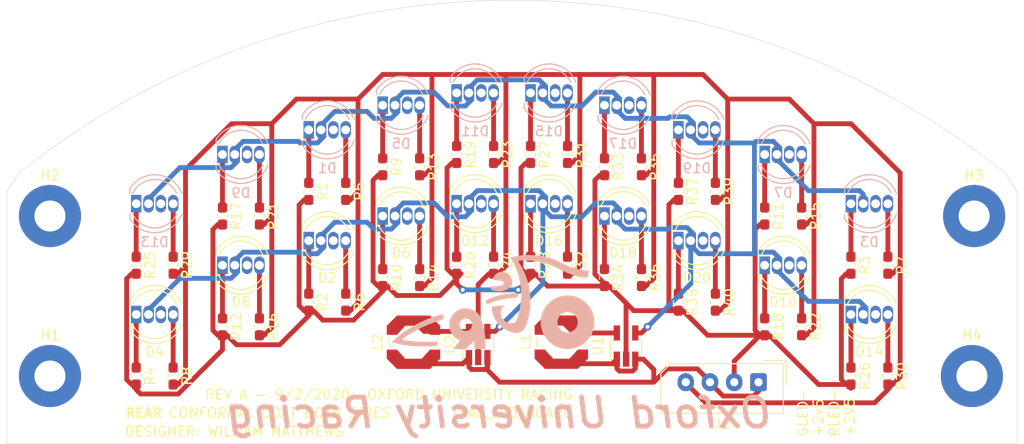
<source format=kicad_pcb>
(kicad_pcb (version 20171130) (host pcbnew 5.1.5-52549c5~84~ubuntu18.04.1)
  (layers (0 F.Cu signal) (31 B.Cu signal) (34 B.Paste user) (35 F.Paste user) (36 B.SilkS user) (37 F.SilkS user) (38 B.Mask user) (39 F.Mask user) (44 Edge.Cuts user))
  (net 0 "")
  (net 1 "Net-(D1-Pad4)")
  (net 2 "Net-(D1-Pad3)")
  (net 3 +2V5)
  (net 4 "Net-(D1-Pad1)")
  (net 5 "Net-(D2-Pad4)")
  (net 6 "Net-(D2-Pad3)")
  (net 7 "Net-(D2-Pad1)")
  (net 8 "Net-(D3-Pad4)")
  (net 9 "Net-(D3-Pad3)")
  (net 10 "Net-(D3-Pad1)")
  (net 11 "Net-(D4-Pad4)")
  (net 12 "Net-(D4-Pad3)")
  (net 13 "Net-(D4-Pad1)")
  (net 14 "Net-(D5-Pad4)")
  (net 15 "Net-(D5-Pad3)")
  (net 16 "Net-(D5-Pad1)")
  (net 17 "Net-(D6-Pad4)")
  (net 18 "Net-(D6-Pad3)")
  (net 19 "Net-(D6-Pad1)")
  (net 20 "Net-(D7-Pad4)")
  (net 21 "Net-(D7-Pad3)")
  (net 22 "Net-(D7-Pad1)")
  (net 23 "Net-(D8-Pad4)")
  (net 24 "Net-(D8-Pad3)")
  (net 25 "Net-(D8-Pad1)")
  (net 26 "Net-(D9-Pad4)")
  (net 27 "Net-(D9-Pad3)")
  (net 28 "Net-(D9-Pad1)")
  (net 29 "Net-(D10-Pad4)")
  (net 30 "Net-(D10-Pad3)")
  (net 31 "Net-(D10-Pad1)")
  (net 32 "Net-(D11-Pad4)")
  (net 33 "Net-(D11-Pad3)")
  (net 34 "Net-(D11-Pad1)")
  (net 35 "Net-(D12-Pad4)")
  (net 36 "Net-(D12-Pad3)")
  (net 37 "Net-(D12-Pad1)")
  (net 38 "Net-(D13-Pad4)")
  (net 39 "Net-(D13-Pad3)")
  (net 40 "Net-(D13-Pad1)")
  (net 41 "Net-(D14-Pad4)")
  (net 42 "Net-(D14-Pad3)")
  (net 43 "Net-(D14-Pad1)")
  (net 44 "Net-(D15-Pad4)")
  (net 45 "Net-(D15-Pad3)")
  (net 46 "Net-(D15-Pad1)")
  (net 47 "Net-(D16-Pad4)")
  (net 48 "Net-(D16-Pad3)")
  (net 49 "Net-(D16-Pad1)")
  (net 50 "Net-(D17-Pad4)")
  (net 51 "Net-(D17-Pad3)")
  (net 52 "Net-(D17-Pad1)")
  (net 53 "Net-(D18-Pad4)")
  (net 54 "Net-(D18-Pad3)")
  (net 55 "Net-(D18-Pad1)")
  (net 56 "Net-(D19-Pad4)")
  (net 57 "Net-(D19-Pad3)")
  (net 58 "Net-(D19-Pad1)")
  (net 59 "Net-(D20-Pad4)")
  (net 60 "Net-(D20-Pad3)")
  (net 61 "Net-(D20-Pad1)")
  (net 62 /GLED-)
  (net 63 /RLED-)
  (net 64 /LED+)
  (net 65 "Net-(L1-Pad2)")
  (net 66 "Net-(L2-Pad2)")
  (module project:OUR-Logo (layer B.Cu) (at 125.095 76.835 180)
    (fp_text reference G*** hide)
    (fp_text value LOGO hide)
  )
  (module Package_TO_SOT_SMD:SOT-23-5_HandSoldering (layer F.Cu) (at 123.51 81.2 90)
    (fp_text reference U2 (at 0 -2.9 90) (layer F.SilkS))
    (fp_text value XC9141)
    (pad 5 smd rect (at 1.35 -0.95 90) (size 1.56 0.65) (layers F.Cu F.Paste F.Mask) (net 66 "Net-(L2-Pad2)"))
    (pad 4 smd rect (at 1.35 0.95 90) (size 1.56 0.65) (layers F.Cu F.Paste F.Mask) (net 64 /LED+))
    (pad 3 smd rect (at -1.35 0.95 90) (size 1.56 0.65) (layers F.Cu F.Paste F.Mask) (net 3 +2V5))
    (pad 2 smd rect (at -1.35 0 90) (size 1.56 0.65) (layers F.Cu F.Paste F.Mask) (net 62 /GLED-))
    (pad 1 smd rect (at -1.35 -0.95 90) (size 1.56 0.65) (layers F.Cu F.Paste F.Mask) (net 3 +2V5))
  )
  (module Package_TO_SOT_SMD:SOT-23-5_HandSoldering (layer F.Cu) (at 138.75 81.36 90)
    (fp_text reference U1 (at 0 -2.9 90) (layer F.SilkS))
    (fp_text value XC9141)
    (pad 5 smd rect (at 1.35 -0.95 90) (size 1.56 0.65) (layers F.Cu F.Paste F.Mask) (net 65 "Net-(L1-Pad2)"))
    (pad 4 smd rect (at 1.35 0.95 90) (size 1.56 0.65) (layers F.Cu F.Paste F.Mask) (net 64 /LED+))
    (pad 3 smd rect (at -1.35 0.95 90) (size 1.56 0.65) (layers F.Cu F.Paste F.Mask) (net 3 +2V5))
    (pad 2 smd rect (at -1.35 0 90) (size 1.56 0.65) (layers F.Cu F.Paste F.Mask) (net 63 /RLED-))
    (pad 1 smd rect (at -1.35 -0.95 90) (size 1.56 0.65) (layers F.Cu F.Paste F.Mask) (net 3 +2V5))
  )
  (module Inductor_SMD:L_Coilcraft_LPS5030 (layer F.Cu) (at 116.84 80.9675 90)
    (fp_text reference L2 (at 0 -3.7 90) (layer F.SilkS))
    (fp_text value 4.7uH)
    (pad 2 smd custom (at 2.2275 0 90) (size 1.055 3.4) (layers F.Cu F.Paste F.Mask) (net 66 "Net-(L2-Pad2)") (options (clearance outline) (anchor rect)) (primitives (gr_poly (pts (xy -1.4675 -1.7) (xy -0.5275 -0.8445) (xy -0.5275 0.8445) (xy -1.4675 1.7) (xy -1.4675 2.755) (xy -0.5275 2.755) (xy 0.5275 1.7) (xy 0.5275 -1.7) (xy -0.5275 -2.755) (xy -1.4675 -2.755)) (width 0))))
    (pad 1 smd custom (at -2.2275 0 90) (size 1.055 3.4) (layers F.Cu F.Paste F.Mask) (net 3 +2V5) (options (clearance outline) (anchor rect)) (primitives (gr_poly (pts (xy 1.4675 -1.7) (xy 0.5275 -0.8445) (xy 0.5275 0.8445) (xy 1.4675 1.7) (xy 1.4675 2.755) (xy 0.5275 2.755) (xy -0.5275 1.7) (xy -0.5275 -1.7) (xy 0.5275 -2.755) (xy 1.4675 -2.755)) (width 0))))
  )
  (module Inductor_SMD:L_Coilcraft_LPS5030 (layer F.Cu) (at 132.08 80.9575 90)
    (fp_text reference L1 (at 0 -3.7 90) (layer F.SilkS))
    (fp_text value 4.7uH)
    (pad 2 smd custom (at 2.2275 0 90) (size 1.055 3.4) (layers F.Cu F.Paste F.Mask) (net 65 "Net-(L1-Pad2)") (options (clearance outline) (anchor rect)) (primitives (gr_poly (pts (xy -1.4675 -1.7) (xy -0.5275 -0.8445) (xy -0.5275 0.8445) (xy -1.4675 1.7) (xy -1.4675 2.755) (xy -0.5275 2.755) (xy 0.5275 1.7) (xy 0.5275 -1.7) (xy -0.5275 -2.755) (xy -1.4675 -2.755)) (width 0))))
    (pad 1 smd custom (at -2.2275 0 90) (size 1.055 3.4) (layers F.Cu F.Paste F.Mask) (net 3 +2V5) (options (clearance outline) (anchor rect)) (primitives (gr_poly (pts (xy 1.4675 -1.7) (xy 0.5275 -0.8445) (xy 0.5275 0.8445) (xy 1.4675 1.7) (xy 1.4675 2.755) (xy 0.5275 2.755) (xy -0.5275 1.7) (xy -0.5275 -1.7) (xy 0.5275 -2.755) (xy 1.4675 -2.755)) (width 0))))
  )
  (module Resistor_SMD:R_0603_1608Metric_Pad1.05x0.95mm_HandSolder (layer F.Cu) (at 147.955 76.835 270)
    (fp_text reference R40 (at 0 -1.43 90) (layer F.SilkS))
    (fp_text value DNP)
    (pad 2 smd roundrect (at 0.875 0 270) (size 1.05 0.95) (layers F.Cu F.Paste F.Mask) (net 62 /GLED-))
    (pad 1 smd roundrect (at -0.875 0 270) (size 1.05 0.95) (layers F.Cu F.Paste F.Mask) (net 59 "Net-(D20-Pad4)"))
  )
  (module Resistor_SMD:R_0603_1608Metric_Pad1.05x0.95mm_HandSolder (layer F.Cu) (at 147.955 65.405 270)
    (fp_text reference R39 (at 0 -1.43 90) (layer F.SilkS))
    (fp_text value DNP)
    (pad 2 smd roundrect (at 0.875 0 270) (size 1.05 0.95) (layers F.Cu F.Paste F.Mask) (net 62 /GLED-))
    (pad 1 smd roundrect (at -0.875 0 270) (size 1.05 0.95) (layers F.Cu F.Paste F.Mask) (net 56 "Net-(D19-Pad4)"))
  )
  (module Resistor_SMD:R_0603_1608Metric_Pad1.05x0.95mm_HandSolder (layer F.Cu) (at 132.715 73.025 270)
    (fp_text reference R32 (at 0 -1.43 90) (layer F.SilkS))
    (fp_text value DNP)
    (pad 2 smd roundrect (at 0.875 0 270) (size 1.05 0.95) (layers F.Cu F.Paste F.Mask) (net 62 /GLED-))
    (pad 1 smd roundrect (at -0.875 0 270) (size 1.05 0.95) (layers F.Cu F.Paste F.Mask) (net 47 "Net-(D16-Pad4)"))
  )
  (module Resistor_SMD:R_0603_1608Metric_Pad1.05x0.95mm_HandSolder (layer F.Cu) (at 132.715 61.595 270)
    (fp_text reference R31 (at 0 -1.43 90) (layer F.SilkS))
    (fp_text value DNP)
    (pad 2 smd roundrect (at 0.875 0 270) (size 1.05 0.95) (layers F.Cu F.Paste F.Mask) (net 62 /GLED-))
    (pad 1 smd roundrect (at -0.875 0 270) (size 1.05 0.95) (layers F.Cu F.Paste F.Mask) (net 44 "Net-(D15-Pad4)"))
  )
  (module Resistor_SMD:R_0603_1608Metric_Pad1.05x0.95mm_HandSolder (layer F.Cu) (at 125.095 73.025 270)
    (fp_text reference R24 (at 0 -1.43 90) (layer F.SilkS))
    (fp_text value DNP)
    (pad 2 smd roundrect (at 0.875 0 270) (size 1.05 0.95) (layers F.Cu F.Paste F.Mask) (net 62 /GLED-))
    (pad 1 smd roundrect (at -0.875 0 270) (size 1.05 0.95) (layers F.Cu F.Paste F.Mask) (net 35 "Net-(D12-Pad4)"))
  )
  (module Resistor_SMD:R_0603_1608Metric_Pad1.05x0.95mm_HandSolder (layer F.Cu) (at 125.095 61.595 270)
    (fp_text reference R23 (at 0 -1.43 90) (layer F.SilkS))
    (fp_text value DNP)
    (pad 2 smd roundrect (at 0.875 0 270) (size 1.05 0.95) (layers F.Cu F.Paste F.Mask) (net 62 /GLED-))
    (pad 1 smd roundrect (at -0.875 0 270) (size 1.05 0.95) (layers F.Cu F.Paste F.Mask) (net 32 "Net-(D11-Pad4)"))
  )
  (module Resistor_SMD:R_0603_1608Metric_Pad1.05x0.95mm_HandSolder (layer F.Cu) (at 109.855 76.835 270)
    (fp_text reference R6 (at 0 -1.43 90) (layer F.SilkS))
    (fp_text value DNP)
    (pad 2 smd roundrect (at 0.875 0 270) (size 1.05 0.95) (layers F.Cu F.Paste F.Mask) (net 62 /GLED-))
    (pad 1 smd roundrect (at -0.875 0 270) (size 1.05 0.95) (layers F.Cu F.Paste F.Mask) (net 5 "Net-(D2-Pad4)"))
  )
  (module Resistor_SMD:R_0603_1608Metric_Pad1.05x0.95mm_HandSolder (layer F.Cu) (at 144.145 76.835 270)
    (fp_text reference R38 (at 0 -1.43 90) (layer F.SilkS))
    (fp_text value 15R)
    (pad 2 smd roundrect (at 0.875 0 270) (size 1.05 0.95) (layers F.Cu F.Paste F.Mask) (net 63 /RLED-))
    (pad 1 smd roundrect (at -0.875 0 270) (size 1.05 0.95) (layers F.Cu F.Paste F.Mask) (net 61 "Net-(D20-Pad1)"))
  )
  (module Resistor_SMD:R_0603_1608Metric_Pad1.05x0.95mm_HandSolder (layer F.Cu) (at 144.145 65.405 270)
    (fp_text reference R37 (at 0 -1.43 90) (layer F.SilkS))
    (fp_text value 15R)
    (pad 2 smd roundrect (at 0.875 0 270) (size 1.05 0.95) (layers F.Cu F.Paste F.Mask) (net 63 /RLED-))
    (pad 1 smd roundrect (at -0.875 0 270) (size 1.05 0.95) (layers F.Cu F.Paste F.Mask) (net 58 "Net-(D19-Pad1)"))
  )
  (module Resistor_SMD:R_0603_1608Metric_Pad1.05x0.95mm_HandSolder (layer F.Cu) (at 140.335 74.295 270)
    (fp_text reference R36 (at 0 -1.43 90) (layer F.SilkS))
    (fp_text value 39R)
    (pad 2 smd roundrect (at 0.875 0 270) (size 1.05 0.95) (layers F.Cu F.Paste F.Mask) (net 62 /GLED-))
    (pad 1 smd roundrect (at -0.875 0 270) (size 1.05 0.95) (layers F.Cu F.Paste F.Mask) (net 53 "Net-(D18-Pad4)"))
  )
  (module Resistor_SMD:R_0603_1608Metric_Pad1.05x0.95mm_HandSolder (layer F.Cu) (at 140.335 62.865 270)
    (fp_text reference R35 (at 0 -1.43 90) (layer F.SilkS))
    (fp_text value 39R)
    (pad 2 smd roundrect (at 0.875 0 270) (size 1.05 0.95) (layers F.Cu F.Paste F.Mask) (net 62 /GLED-))
    (pad 1 smd roundrect (at -0.875 0 270) (size 1.05 0.95) (layers F.Cu F.Paste F.Mask) (net 50 "Net-(D17-Pad4)"))
  )
  (module Resistor_SMD:R_0603_1608Metric_Pad1.05x0.95mm_HandSolder (layer F.Cu) (at 136.525 74.295 270)
    (fp_text reference R34 (at 0 -1.43 90) (layer F.SilkS))
    (fp_text value 15R)
    (pad 2 smd roundrect (at 0.875 0 270) (size 1.05 0.95) (layers F.Cu F.Paste F.Mask) (net 63 /RLED-))
    (pad 1 smd roundrect (at -0.875 0 270) (size 1.05 0.95) (layers F.Cu F.Paste F.Mask) (net 55 "Net-(D18-Pad1)"))
  )
  (module Resistor_SMD:R_0603_1608Metric_Pad1.05x0.95mm_HandSolder (layer F.Cu) (at 136.525 62.865 270)
    (fp_text reference R33 (at 0 -1.43 90) (layer F.SilkS))
    (fp_text value 15R)
    (pad 2 smd roundrect (at 0.875 0 270) (size 1.05 0.95) (layers F.Cu F.Paste F.Mask) (net 63 /RLED-))
    (pad 1 smd roundrect (at -0.875 0 270) (size 1.05 0.95) (layers F.Cu F.Paste F.Mask) (net 52 "Net-(D17-Pad1)"))
  )
  (module Resistor_SMD:R_0603_1608Metric_Pad1.05x0.95mm_HandSolder (layer F.Cu) (at 165.735 84.455 270)
    (fp_text reference R30 (at 0 -1.43 90) (layer F.SilkS))
    (fp_text value 39R)
    (pad 2 smd roundrect (at 0.875 0 270) (size 1.05 0.95) (layers F.Cu F.Paste F.Mask) (net 62 /GLED-))
    (pad 1 smd roundrect (at -0.875 0 270) (size 1.05 0.95) (layers F.Cu F.Paste F.Mask) (net 41 "Net-(D14-Pad4)"))
  )
  (module Resistor_SMD:R_0603_1608Metric_Pad1.05x0.95mm_HandSolder (layer F.Cu) (at 92.075 73.025 270)
    (fp_text reference R29 (at 0 -1.43 90) (layer F.SilkS))
    (fp_text value 39R)
    (pad 2 smd roundrect (at 0.875 0 270) (size 1.05 0.95) (layers F.Cu F.Paste F.Mask) (net 62 /GLED-))
    (pad 1 smd roundrect (at -0.875 0 270) (size 1.05 0.95) (layers F.Cu F.Paste F.Mask) (net 38 "Net-(D13-Pad4)"))
  )
  (module Resistor_SMD:R_0603_1608Metric_Pad1.05x0.95mm_HandSolder (layer F.Cu) (at 128.905 73.025 270)
    (fp_text reference R28 (at 0 -1.43 90) (layer F.SilkS))
    (fp_text value 15R)
    (pad 2 smd roundrect (at 0.875 0 270) (size 1.05 0.95) (layers F.Cu F.Paste F.Mask) (net 63 /RLED-))
    (pad 1 smd roundrect (at -0.875 0 270) (size 1.05 0.95) (layers F.Cu F.Paste F.Mask) (net 49 "Net-(D16-Pad1)"))
  )
  (module Resistor_SMD:R_0603_1608Metric_Pad1.05x0.95mm_HandSolder (layer F.Cu) (at 128.905 61.595 270)
    (fp_text reference R27 (at 0 -1.43 90) (layer F.SilkS))
    (fp_text value 15R)
    (pad 2 smd roundrect (at 0.875 0 270) (size 1.05 0.95) (layers F.Cu F.Paste F.Mask) (net 63 /RLED-))
    (pad 1 smd roundrect (at -0.875 0 270) (size 1.05 0.95) (layers F.Cu F.Paste F.Mask) (net 46 "Net-(D15-Pad1)"))
  )
  (module Resistor_SMD:R_0603_1608Metric_Pad1.05x0.95mm_HandSolder (layer F.Cu) (at 161.925 84.455 270)
    (fp_text reference R26 (at 0 -1.43 90) (layer F.SilkS))
    (fp_text value 15R)
    (pad 2 smd roundrect (at 0.875 0 270) (size 1.05 0.95) (layers F.Cu F.Paste F.Mask) (net 63 /RLED-))
    (pad 1 smd roundrect (at -0.875 0 270) (size 1.05 0.95) (layers F.Cu F.Paste F.Mask) (net 43 "Net-(D14-Pad1)"))
  )
  (module Resistor_SMD:R_0603_1608Metric_Pad1.05x0.95mm_HandSolder (layer F.Cu) (at 88.265 73.025 270)
    (fp_text reference R25 (at 0 -1.43 90) (layer F.SilkS))
    (fp_text value 15R)
    (pad 2 smd roundrect (at 0.875 0 270) (size 1.05 0.95) (layers F.Cu F.Paste F.Mask) (net 63 /RLED-))
    (pad 1 smd roundrect (at -0.875 0 270) (size 1.05 0.95) (layers F.Cu F.Paste F.Mask) (net 40 "Net-(D13-Pad1)"))
  )
  (module Resistor_SMD:R_0603_1608Metric_Pad1.05x0.95mm_HandSolder (layer F.Cu) (at 156.845 79.375 270)
    (fp_text reference R22 (at 0 -1.43 90) (layer F.SilkS))
    (fp_text value 39R)
    (pad 2 smd roundrect (at 0.875 0 270) (size 1.05 0.95) (layers F.Cu F.Paste F.Mask) (net 62 /GLED-))
    (pad 1 smd roundrect (at -0.875 0 270) (size 1.05 0.95) (layers F.Cu F.Paste F.Mask) (net 29 "Net-(D10-Pad4)"))
  )
  (module Resistor_SMD:R_0603_1608Metric_Pad1.05x0.95mm_HandSolder (layer F.Cu) (at 100.965 67.945 270)
    (fp_text reference R21 (at 0 -1.43 90) (layer F.SilkS))
    (fp_text value 39R)
    (pad 2 smd roundrect (at 0.875 0 270) (size 1.05 0.95) (layers F.Cu F.Paste F.Mask) (net 62 /GLED-))
    (pad 1 smd roundrect (at -0.875 0 270) (size 1.05 0.95) (layers F.Cu F.Paste F.Mask) (net 26 "Net-(D9-Pad4)"))
  )
  (module Resistor_SMD:R_0603_1608Metric_Pad1.05x0.95mm_HandSolder (layer F.Cu) (at 121.285 73.025 270)
    (fp_text reference R20 (at 0 -1.43 90) (layer F.SilkS))
    (fp_text value 15R)
    (pad 2 smd roundrect (at 0.875 0 270) (size 1.05 0.95) (layers F.Cu F.Paste F.Mask) (net 63 /RLED-))
    (pad 1 smd roundrect (at -0.875 0 270) (size 1.05 0.95) (layers F.Cu F.Paste F.Mask) (net 37 "Net-(D12-Pad1)"))
  )
  (module Resistor_SMD:R_0603_1608Metric_Pad1.05x0.95mm_HandSolder (layer F.Cu) (at 121.285 61.595 270)
    (fp_text reference R19 (at 0 -1.43 90) (layer F.SilkS))
    (fp_text value 15R)
    (pad 2 smd roundrect (at 0.875 0 270) (size 1.05 0.95) (layers F.Cu F.Paste F.Mask) (net 63 /RLED-))
    (pad 1 smd roundrect (at -0.875 0 270) (size 1.05 0.95) (layers F.Cu F.Paste F.Mask) (net 34 "Net-(D11-Pad1)"))
  )
  (module Resistor_SMD:R_0603_1608Metric_Pad1.05x0.95mm_HandSolder (layer F.Cu) (at 153.035 79.375 270)
    (fp_text reference R18 (at 0 -1.43 90) (layer F.SilkS))
    (fp_text value 15R)
    (pad 2 smd roundrect (at 0.875 0 270) (size 1.05 0.95) (layers F.Cu F.Paste F.Mask) (net 63 /RLED-))
    (pad 1 smd roundrect (at -0.875 0 270) (size 1.05 0.95) (layers F.Cu F.Paste F.Mask) (net 31 "Net-(D10-Pad1)"))
  )
  (module Resistor_SMD:R_0603_1608Metric_Pad1.05x0.95mm_HandSolder (layer F.Cu) (at 97.155 67.945 270)
    (fp_text reference R17 (at 0 -1.43 90) (layer F.SilkS))
    (fp_text value 15R)
    (pad 2 smd roundrect (at 0.875 0 270) (size 1.05 0.95) (layers F.Cu F.Paste F.Mask) (net 63 /RLED-))
    (pad 1 smd roundrect (at -0.875 0 270) (size 1.05 0.95) (layers F.Cu F.Paste F.Mask) (net 28 "Net-(D9-Pad1)"))
  )
  (module Resistor_SMD:R_0603_1608Metric_Pad1.05x0.95mm_HandSolder (layer F.Cu) (at 100.965 79.375 270)
    (fp_text reference R16 (at 0 -1.43 90) (layer F.SilkS))
    (fp_text value 39R)
    (pad 2 smd roundrect (at 0.875 0 270) (size 1.05 0.95) (layers F.Cu F.Paste F.Mask) (net 62 /GLED-))
    (pad 1 smd roundrect (at -0.875 0 270) (size 1.05 0.95) (layers F.Cu F.Paste F.Mask) (net 23 "Net-(D8-Pad4)"))
  )
  (module Resistor_SMD:R_0603_1608Metric_Pad1.05x0.95mm_HandSolder (layer F.Cu) (at 156.845 67.945 270)
    (fp_text reference R15 (at 0 -1.43 90) (layer F.SilkS))
    (fp_text value 39R)
    (pad 2 smd roundrect (at 0.875 0 270) (size 1.05 0.95) (layers F.Cu F.Paste F.Mask) (net 62 /GLED-))
    (pad 1 smd roundrect (at -0.875 0 270) (size 1.05 0.95) (layers F.Cu F.Paste F.Mask) (net 20 "Net-(D7-Pad4)"))
  )
  (module Resistor_SMD:R_0603_1608Metric_Pad1.05x0.95mm_HandSolder (layer F.Cu) (at 117.475 74.295 270)
    (fp_text reference R14 (at 0 -1.43 90) (layer F.SilkS))
    (fp_text value 39R)
    (pad 2 smd roundrect (at 0.875 0 270) (size 1.05 0.95) (layers F.Cu F.Paste F.Mask) (net 62 /GLED-))
    (pad 1 smd roundrect (at -0.875 0 270) (size 1.05 0.95) (layers F.Cu F.Paste F.Mask) (net 17 "Net-(D6-Pad4)"))
  )
  (module Resistor_SMD:R_0603_1608Metric_Pad1.05x0.95mm_HandSolder (layer F.Cu) (at 117.475 62.865 270)
    (fp_text reference R13 (at 0 -1.43 90) (layer F.SilkS))
    (fp_text value 39R)
    (pad 2 smd roundrect (at 0.875 0 270) (size 1.05 0.95) (layers F.Cu F.Paste F.Mask) (net 62 /GLED-))
    (pad 1 smd roundrect (at -0.875 0 270) (size 1.05 0.95) (layers F.Cu F.Paste F.Mask) (net 14 "Net-(D5-Pad4)"))
  )
  (module Resistor_SMD:R_0603_1608Metric_Pad1.05x0.95mm_HandSolder (layer F.Cu) (at 97.155 79.375 270)
    (fp_text reference R12 (at 0 -1.43 90) (layer F.SilkS))
    (fp_text value 15R)
    (pad 2 smd roundrect (at 0.875 0 270) (size 1.05 0.95) (layers F.Cu F.Paste F.Mask) (net 63 /RLED-))
    (pad 1 smd roundrect (at -0.875 0 270) (size 1.05 0.95) (layers F.Cu F.Paste F.Mask) (net 25 "Net-(D8-Pad1)"))
  )
  (module Resistor_SMD:R_0603_1608Metric_Pad1.05x0.95mm_HandSolder (layer F.Cu) (at 153.035 67.945 270)
    (fp_text reference R11 (at 0 -1.43 90) (layer F.SilkS))
    (fp_text value 15R)
    (pad 2 smd roundrect (at 0.875 0 270) (size 1.05 0.95) (layers F.Cu F.Paste F.Mask) (net 63 /RLED-))
    (pad 1 smd roundrect (at -0.875 0 270) (size 1.05 0.95) (layers F.Cu F.Paste F.Mask) (net 22 "Net-(D7-Pad1)"))
  )
  (module Resistor_SMD:R_0603_1608Metric_Pad1.05x0.95mm_HandSolder (layer F.Cu) (at 113.665 74.295 270)
    (fp_text reference R10 (at 0 -1.43 90) (layer F.SilkS))
    (fp_text value 15R)
    (pad 2 smd roundrect (at 0.875 0 270) (size 1.05 0.95) (layers F.Cu F.Paste F.Mask) (net 63 /RLED-))
    (pad 1 smd roundrect (at -0.875 0 270) (size 1.05 0.95) (layers F.Cu F.Paste F.Mask) (net 19 "Net-(D6-Pad1)"))
  )
  (module Resistor_SMD:R_0603_1608Metric_Pad1.05x0.95mm_HandSolder (layer F.Cu) (at 113.665 62.865 270)
    (fp_text reference R9 (at 0 -1.43 90) (layer F.SilkS))
    (fp_text value 15R)
    (pad 2 smd roundrect (at 0.875 0 270) (size 1.05 0.95) (layers F.Cu F.Paste F.Mask) (net 63 /RLED-))
    (pad 1 smd roundrect (at -0.875 0 270) (size 1.05 0.95) (layers F.Cu F.Paste F.Mask) (net 16 "Net-(D5-Pad1)"))
  )
  (module Resistor_SMD:R_0603_1608Metric_Pad1.05x0.95mm_HandSolder (layer F.Cu) (at 92.075 84.455 270)
    (fp_text reference R8 (at 0 -1.43 90) (layer F.SilkS))
    (fp_text value 39R)
    (pad 2 smd roundrect (at 0.875 0 270) (size 1.05 0.95) (layers F.Cu F.Paste F.Mask) (net 62 /GLED-))
    (pad 1 smd roundrect (at -0.875 0 270) (size 1.05 0.95) (layers F.Cu F.Paste F.Mask) (net 11 "Net-(D4-Pad4)"))
  )
  (module Resistor_SMD:R_0603_1608Metric_Pad1.05x0.95mm_HandSolder (layer F.Cu) (at 165.735 73.025 270)
    (fp_text reference R7 (at 0 -1.43 90) (layer F.SilkS))
    (fp_text value 39R)
    (pad 2 smd roundrect (at 0.875 0 270) (size 1.05 0.95) (layers F.Cu F.Paste F.Mask) (net 62 /GLED-))
    (pad 1 smd roundrect (at -0.875 0 270) (size 1.05 0.95) (layers F.Cu F.Paste F.Mask) (net 8 "Net-(D3-Pad4)"))
  )
  (module Resistor_SMD:R_0603_1608Metric_Pad1.05x0.95mm_HandSolder (layer F.Cu) (at 109.855 65.405 270)
    (fp_text reference R5 (at 0 -1.43 90) (layer F.SilkS))
    (fp_text value DNP)
    (pad 2 smd roundrect (at 0.875 0 270) (size 1.05 0.95) (layers F.Cu F.Paste F.Mask) (net 62 /GLED-))
    (pad 1 smd roundrect (at -0.875 0 270) (size 1.05 0.95) (layers F.Cu F.Paste F.Mask) (net 1 "Net-(D1-Pad4)"))
  )
  (module Resistor_SMD:R_0603_1608Metric_Pad1.05x0.95mm_HandSolder (layer F.Cu) (at 88.265 84.455 270)
    (fp_text reference R4 (at 0 -1.43 90) (layer F.SilkS))
    (fp_text value 15R)
    (pad 2 smd roundrect (at 0.875 0 270) (size 1.05 0.95) (layers F.Cu F.Paste F.Mask) (net 63 /RLED-))
    (pad 1 smd roundrect (at -0.875 0 270) (size 1.05 0.95) (layers F.Cu F.Paste F.Mask) (net 13 "Net-(D4-Pad1)"))
  )
  (module Resistor_SMD:R_0603_1608Metric_Pad1.05x0.95mm_HandSolder (layer F.Cu) (at 161.925 73.025 270)
    (fp_text reference R3 (at 0 -1.43 90) (layer F.SilkS))
    (fp_text value 15R)
    (pad 2 smd roundrect (at 0.875 0 270) (size 1.05 0.95) (layers F.Cu F.Paste F.Mask) (net 63 /RLED-))
    (pad 1 smd roundrect (at -0.875 0 270) (size 1.05 0.95) (layers F.Cu F.Paste F.Mask) (net 10 "Net-(D3-Pad1)"))
  )
  (module Resistor_SMD:R_0603_1608Metric_Pad1.05x0.95mm_HandSolder (layer F.Cu) (at 106.045 76.835 270)
    (fp_text reference R2 (at 0 -1.43 90) (layer F.SilkS))
    (fp_text value 15R)
    (pad 2 smd roundrect (at 0.875 0 270) (size 1.05 0.95) (layers F.Cu F.Paste F.Mask) (net 63 /RLED-))
    (pad 1 smd roundrect (at -0.875 0 270) (size 1.05 0.95) (layers F.Cu F.Paste F.Mask) (net 7 "Net-(D2-Pad1)"))
  )
  (module Resistor_SMD:R_0603_1608Metric_Pad1.05x0.95mm_HandSolder (layer F.Cu) (at 106.045 65.405 270)
    (fp_text reference R1 (at 0 -1.43 90) (layer F.SilkS))
    (fp_text value 15R)
    (pad 2 smd roundrect (at 0.875 0 270) (size 1.05 0.95) (layers F.Cu F.Paste F.Mask) (net 63 /RLED-))
    (pad 1 smd roundrect (at -0.875 0 270) (size 1.05 0.95) (layers F.Cu F.Paste F.Mask) (net 4 "Net-(D1-Pad1)"))
  )
  (module Connector_Molex:Molex_SPOX_5267-04A_1x04_P2.50mm_Vertical (layer F.Cu) (at 152.4 85.09 180)
    (fp_text reference J1 (at 3.75 -4.3) (layer F.SilkS))
    (fp_text value Mini-SPOX)
    (pad 4 thru_hole oval (at 7.5 0 180) (size 1.7 1.85) (drill 0.85) (layers *.Cu *.Mask) (net 62 /GLED-))
    (pad 3 thru_hole oval (at 5 0 180) (size 1.7 1.85) (drill 0.85) (layers *.Cu *.Mask) (net 3 +2V5))
    (pad 2 thru_hole oval (at 2.5 0 180) (size 1.7 1.85) (drill 0.85) (layers *.Cu *.Mask) (net 63 /RLED-))
    (pad 1 thru_hole roundrect (at 0 0 180) (size 1.7 1.85) (drill 0.85) (layers *.Cu *.Mask) (roundrect_rratio 0.147059) (net 3 +2V5))
  )
  (module MountingHole:MountingHole_3.2mm_M3_Pad (layer F.Cu) (at 174.395 84.455)
    (fp_text reference H4 (at 0 -4.2) (layer F.SilkS))
    (fp_text value MountingHole)
    (pad 1 thru_hole circle (at 0 0) (size 6.4 6.4) (drill 3.2) (layers *.Cu *.Mask))
  )
  (module MountingHole:MountingHole_3.2mm_M3_Pad (layer F.Cu) (at 174.625 67.945)
    (fp_text reference H3 (at 0 -4.2) (layer F.SilkS))
    (fp_text value MountingHole)
    (pad 1 thru_hole circle (at 0 0) (size 6.4 6.4) (drill 3.2) (layers *.Cu *.Mask))
  )
  (module MountingHole:MountingHole_3.2mm_M3_Pad (layer F.Cu) (at 79.375 67.945)
    (fp_text reference H2 (at 0 -4.2) (layer F.SilkS))
    (fp_text value MountingHole)
    (pad 1 thru_hole circle (at 0 0) (size 6.4 6.4) (drill 3.2) (layers *.Cu *.Mask))
  )
  (module MountingHole:MountingHole_3.2mm_M3_Pad (layer F.Cu) (at 79.375 84.455)
    (fp_text reference H1 (at 0 -4.2) (layer F.SilkS))
    (fp_text value MountingHole)
    (pad 1 thru_hole circle (at 0 0) (size 6.4 6.4) (drill 3.2) (layers *.Cu *.Mask))
  )
  (module LED_THT:LED_D5.0mm-4_RGB (layer F.Cu) (at 144.145 70.485)
    (fp_text reference D20 (at 1.905 3.81) (layer F.SilkS))
    (fp_text value LED_RABG)
    (pad 4 thru_hole oval (at 3.81 0) (size 1.07 1.8) (drill 0.9) (layers *.Cu *.Mask) (net 59 "Net-(D20-Pad4)"))
    (pad 3 thru_hole oval (at 2.54 0) (size 1.07 1.8) (drill 0.9) (layers *.Cu *.Mask) (net 60 "Net-(D20-Pad3)"))
    (pad 2 thru_hole oval (at 1.27 0) (size 1.07 1.8) (drill 0.9) (layers *.Cu *.Mask) (net 64 /LED+))
    (pad 1 thru_hole rect (at 0 0) (size 1.07 1.8) (drill 0.9) (layers *.Cu *.Mask) (net 61 "Net-(D20-Pad1)"))
  )
  (module LED_THT:LED_D5.0mm-4_RGB (layer B.Cu) (at 144.145 59.055)
    (fp_text reference D19 (at 1.905 3.96) (layer B.SilkS) (effects (justify mirror)))
    (fp_text value LED_RABG)
    (pad 4 thru_hole oval (at 3.81 0) (size 1.07 1.8) (drill 0.9) (layers *.Cu *.Mask) (net 56 "Net-(D19-Pad4)"))
    (pad 3 thru_hole oval (at 2.54 0) (size 1.07 1.8) (drill 0.9) (layers *.Cu *.Mask) (net 57 "Net-(D19-Pad3)"))
    (pad 2 thru_hole oval (at 1.27 0) (size 1.07 1.8) (drill 0.9) (layers *.Cu *.Mask) (net 64 /LED+))
    (pad 1 thru_hole rect (at 0 0) (size 1.07 1.8) (drill 0.9) (layers *.Cu *.Mask) (net 58 "Net-(D19-Pad1)"))
  )
  (module LED_THT:LED_D5.0mm-4_RGB (layer F.Cu) (at 136.525 67.945)
    (fp_text reference D18 (at 1.905 3.81) (layer F.SilkS))
    (fp_text value LED_RABG)
    (pad 4 thru_hole oval (at 3.81 0) (size 1.07 1.8) (drill 0.9) (layers *.Cu *.Mask) (net 53 "Net-(D18-Pad4)"))
    (pad 3 thru_hole oval (at 2.54 0) (size 1.07 1.8) (drill 0.9) (layers *.Cu *.Mask) (net 54 "Net-(D18-Pad3)"))
    (pad 2 thru_hole oval (at 1.27 0) (size 1.07 1.8) (drill 0.9) (layers *.Cu *.Mask) (net 64 /LED+))
    (pad 1 thru_hole rect (at 0 0) (size 1.07 1.8) (drill 0.9) (layers *.Cu *.Mask) (net 55 "Net-(D18-Pad1)"))
  )
  (module LED_THT:LED_D5.0mm-4_RGB (layer B.Cu) (at 136.525 56.515)
    (fp_text reference D17 (at 1.905 3.96) (layer B.SilkS) (effects (justify mirror)))
    (fp_text value LED_RABG)
    (pad 4 thru_hole oval (at 3.81 0) (size 1.07 1.8) (drill 0.9) (layers *.Cu *.Mask) (net 50 "Net-(D17-Pad4)"))
    (pad 3 thru_hole oval (at 2.54 0) (size 1.07 1.8) (drill 0.9) (layers *.Cu *.Mask) (net 51 "Net-(D17-Pad3)"))
    (pad 2 thru_hole oval (at 1.27 0) (size 1.07 1.8) (drill 0.9) (layers *.Cu *.Mask) (net 64 /LED+))
    (pad 1 thru_hole rect (at 0 0) (size 1.07 1.8) (drill 0.9) (layers *.Cu *.Mask) (net 52 "Net-(D17-Pad1)"))
  )
  (module LED_THT:LED_D5.0mm-4_RGB (layer F.Cu) (at 128.905 66.675)
    (fp_text reference D16 (at 1.905 3.81) (layer F.SilkS))
    (fp_text value LED_RABG)
    (pad 4 thru_hole oval (at 3.81 0) (size 1.07 1.8) (drill 0.9) (layers *.Cu *.Mask) (net 47 "Net-(D16-Pad4)"))
    (pad 3 thru_hole oval (at 2.54 0) (size 1.07 1.8) (drill 0.9) (layers *.Cu *.Mask) (net 48 "Net-(D16-Pad3)"))
    (pad 2 thru_hole oval (at 1.27 0) (size 1.07 1.8) (drill 0.9) (layers *.Cu *.Mask) (net 64 /LED+))
    (pad 1 thru_hole rect (at 0 0) (size 1.07 1.8) (drill 0.9) (layers *.Cu *.Mask) (net 49 "Net-(D16-Pad1)"))
  )
  (module LED_THT:LED_D5.0mm-4_RGB (layer B.Cu) (at 128.905 55.245)
    (fp_text reference D15 (at 1.905 3.96) (layer B.SilkS) (effects (justify mirror)))
    (fp_text value LED_RABG)
    (pad 4 thru_hole oval (at 3.81 0) (size 1.07 1.8) (drill 0.9) (layers *.Cu *.Mask) (net 44 "Net-(D15-Pad4)"))
    (pad 3 thru_hole oval (at 2.54 0) (size 1.07 1.8) (drill 0.9) (layers *.Cu *.Mask) (net 45 "Net-(D15-Pad3)"))
    (pad 2 thru_hole oval (at 1.27 0) (size 1.07 1.8) (drill 0.9) (layers *.Cu *.Mask) (net 64 /LED+))
    (pad 1 thru_hole rect (at 0 0) (size 1.07 1.8) (drill 0.9) (layers *.Cu *.Mask) (net 46 "Net-(D15-Pad1)"))
  )
  (module LED_THT:LED_D5.0mm-4_RGB (layer F.Cu) (at 161.925 78.105)
    (fp_text reference D14 (at 1.905 3.81) (layer F.SilkS))
    (fp_text value LED_RABG)
    (pad 4 thru_hole oval (at 3.81 0) (size 1.07 1.8) (drill 0.9) (layers *.Cu *.Mask) (net 41 "Net-(D14-Pad4)"))
    (pad 3 thru_hole oval (at 2.54 0) (size 1.07 1.8) (drill 0.9) (layers *.Cu *.Mask) (net 42 "Net-(D14-Pad3)"))
    (pad 2 thru_hole oval (at 1.27 0) (size 1.07 1.8) (drill 0.9) (layers *.Cu *.Mask) (net 64 /LED+))
    (pad 1 thru_hole rect (at 0 0) (size 1.07 1.8) (drill 0.9) (layers *.Cu *.Mask) (net 43 "Net-(D14-Pad1)"))
  )
  (module LED_THT:LED_D5.0mm-4_RGB (layer B.Cu) (at 88.265 66.675)
    (fp_text reference D13 (at 1.905 3.96) (layer B.SilkS) (effects (justify mirror)))
    (fp_text value LED_RABG)
    (pad 4 thru_hole oval (at 3.81 0) (size 1.07 1.8) (drill 0.9) (layers *.Cu *.Mask) (net 38 "Net-(D13-Pad4)"))
    (pad 3 thru_hole oval (at 2.54 0) (size 1.07 1.8) (drill 0.9) (layers *.Cu *.Mask) (net 39 "Net-(D13-Pad3)"))
    (pad 2 thru_hole oval (at 1.27 0) (size 1.07 1.8) (drill 0.9) (layers *.Cu *.Mask) (net 64 /LED+))
    (pad 1 thru_hole rect (at 0 0) (size 1.07 1.8) (drill 0.9) (layers *.Cu *.Mask) (net 40 "Net-(D13-Pad1)"))
  )
  (module LED_THT:LED_D5.0mm-4_RGB (layer F.Cu) (at 121.285 66.675)
    (fp_text reference D12 (at 1.905 3.81) (layer F.SilkS))
    (fp_text value LED_RABG)
    (pad 4 thru_hole oval (at 3.81 0) (size 1.07 1.8) (drill 0.9) (layers *.Cu *.Mask) (net 35 "Net-(D12-Pad4)"))
    (pad 3 thru_hole oval (at 2.54 0) (size 1.07 1.8) (drill 0.9) (layers *.Cu *.Mask) (net 36 "Net-(D12-Pad3)"))
    (pad 2 thru_hole oval (at 1.27 0) (size 1.07 1.8) (drill 0.9) (layers *.Cu *.Mask) (net 64 /LED+))
    (pad 1 thru_hole rect (at 0 0) (size 1.07 1.8) (drill 0.9) (layers *.Cu *.Mask) (net 37 "Net-(D12-Pad1)"))
  )
  (module LED_THT:LED_D5.0mm-4_RGB (layer B.Cu) (at 121.285 55.245)
    (fp_text reference D11 (at 1.905 3.96) (layer B.SilkS) (effects (justify mirror)))
    (fp_text value LED_RABG)
    (pad 4 thru_hole oval (at 3.81 0) (size 1.07 1.8) (drill 0.9) (layers *.Cu *.Mask) (net 32 "Net-(D11-Pad4)"))
    (pad 3 thru_hole oval (at 2.54 0) (size 1.07 1.8) (drill 0.9) (layers *.Cu *.Mask) (net 33 "Net-(D11-Pad3)"))
    (pad 2 thru_hole oval (at 1.27 0) (size 1.07 1.8) (drill 0.9) (layers *.Cu *.Mask) (net 64 /LED+))
    (pad 1 thru_hole rect (at 0 0) (size 1.07 1.8) (drill 0.9) (layers *.Cu *.Mask) (net 34 "Net-(D11-Pad1)"))
  )
  (module LED_THT:LED_D5.0mm-4_RGB (layer F.Cu) (at 153.035 73.025)
    (fp_text reference D10 (at 1.905 3.81) (layer F.SilkS))
    (fp_text value LED_RABG)
    (pad 4 thru_hole oval (at 3.81 0) (size 1.07 1.8) (drill 0.9) (layers *.Cu *.Mask) (net 29 "Net-(D10-Pad4)"))
    (pad 3 thru_hole oval (at 2.54 0) (size 1.07 1.8) (drill 0.9) (layers *.Cu *.Mask) (net 30 "Net-(D10-Pad3)"))
    (pad 2 thru_hole oval (at 1.27 0) (size 1.07 1.8) (drill 0.9) (layers *.Cu *.Mask) (net 64 /LED+))
    (pad 1 thru_hole rect (at 0 0) (size 1.07 1.8) (drill 0.9) (layers *.Cu *.Mask) (net 31 "Net-(D10-Pad1)"))
  )
  (module LED_THT:LED_D5.0mm-4_RGB (layer B.Cu) (at 97.155 61.595)
    (fp_text reference D9 (at 1.905 3.96) (layer B.SilkS) (effects (justify mirror)))
    (fp_text value LED_RABG)
    (pad 4 thru_hole oval (at 3.81 0) (size 1.07 1.8) (drill 0.9) (layers *.Cu *.Mask) (net 26 "Net-(D9-Pad4)"))
    (pad 3 thru_hole oval (at 2.54 0) (size 1.07 1.8) (drill 0.9) (layers *.Cu *.Mask) (net 27 "Net-(D9-Pad3)"))
    (pad 2 thru_hole oval (at 1.27 0) (size 1.07 1.8) (drill 0.9) (layers *.Cu *.Mask) (net 64 /LED+))
    (pad 1 thru_hole rect (at 0 0) (size 1.07 1.8) (drill 0.9) (layers *.Cu *.Mask) (net 28 "Net-(D9-Pad1)"))
  )
  (module LED_THT:LED_D5.0mm-4_RGB (layer F.Cu) (at 97.155 73.025)
    (fp_text reference D8 (at 1.905 3.81) (layer F.SilkS))
    (fp_text value LED_RABG)
    (pad 4 thru_hole oval (at 3.81 0) (size 1.07 1.8) (drill 0.9) (layers *.Cu *.Mask) (net 23 "Net-(D8-Pad4)"))
    (pad 3 thru_hole oval (at 2.54 0) (size 1.07 1.8) (drill 0.9) (layers *.Cu *.Mask) (net 24 "Net-(D8-Pad3)"))
    (pad 2 thru_hole oval (at 1.27 0) (size 1.07 1.8) (drill 0.9) (layers *.Cu *.Mask) (net 64 /LED+))
    (pad 1 thru_hole rect (at 0 0) (size 1.07 1.8) (drill 0.9) (layers *.Cu *.Mask) (net 25 "Net-(D8-Pad1)"))
  )
  (module LED_THT:LED_D5.0mm-4_RGB (layer B.Cu) (at 153.035 61.595)
    (fp_text reference D7 (at 1.905 3.96) (layer B.SilkS) (effects (justify mirror)))
    (fp_text value LED_RABG)
    (pad 4 thru_hole oval (at 3.81 0) (size 1.07 1.8) (drill 0.9) (layers *.Cu *.Mask) (net 20 "Net-(D7-Pad4)"))
    (pad 3 thru_hole oval (at 2.54 0) (size 1.07 1.8) (drill 0.9) (layers *.Cu *.Mask) (net 21 "Net-(D7-Pad3)"))
    (pad 2 thru_hole oval (at 1.27 0) (size 1.07 1.8) (drill 0.9) (layers *.Cu *.Mask) (net 64 /LED+))
    (pad 1 thru_hole rect (at 0 0) (size 1.07 1.8) (drill 0.9) (layers *.Cu *.Mask) (net 22 "Net-(D7-Pad1)"))
  )
  (module LED_THT:LED_D5.0mm-4_RGB (layer F.Cu) (at 113.665 67.945)
    (fp_text reference D6 (at 1.905 3.81) (layer F.SilkS))
    (fp_text value LED_RABG)
    (pad 4 thru_hole oval (at 3.81 0) (size 1.07 1.8) (drill 0.9) (layers *.Cu *.Mask) (net 17 "Net-(D6-Pad4)"))
    (pad 3 thru_hole oval (at 2.54 0) (size 1.07 1.8) (drill 0.9) (layers *.Cu *.Mask) (net 18 "Net-(D6-Pad3)"))
    (pad 2 thru_hole oval (at 1.27 0) (size 1.07 1.8) (drill 0.9) (layers *.Cu *.Mask) (net 64 /LED+))
    (pad 1 thru_hole rect (at 0 0) (size 1.07 1.8) (drill 0.9) (layers *.Cu *.Mask) (net 19 "Net-(D6-Pad1)"))
  )
  (module LED_THT:LED_D5.0mm-4_RGB (layer B.Cu) (at 113.665 56.515)
    (fp_text reference D5 (at 1.905 3.96) (layer B.SilkS) (effects (justify mirror)))
    (fp_text value LED_RABG)
    (pad 4 thru_hole oval (at 3.81 0) (size 1.07 1.8) (drill 0.9) (layers *.Cu *.Mask) (net 14 "Net-(D5-Pad4)"))
    (pad 3 thru_hole oval (at 2.54 0) (size 1.07 1.8) (drill 0.9) (layers *.Cu *.Mask) (net 15 "Net-(D5-Pad3)"))
    (pad 2 thru_hole oval (at 1.27 0) (size 1.07 1.8) (drill 0.9) (layers *.Cu *.Mask) (net 64 /LED+))
    (pad 1 thru_hole rect (at 0 0) (size 1.07 1.8) (drill 0.9) (layers *.Cu *.Mask) (net 16 "Net-(D5-Pad1)"))
  )
  (module LED_THT:LED_D5.0mm-4_RGB (layer F.Cu) (at 88.265 78.105)
    (fp_text reference D4 (at 1.905 3.81) (layer F.SilkS))
    (fp_text value LED_RABG)
    (pad 4 thru_hole oval (at 3.81 0) (size 1.07 1.8) (drill 0.9) (layers *.Cu *.Mask) (net 11 "Net-(D4-Pad4)"))
    (pad 3 thru_hole oval (at 2.54 0) (size 1.07 1.8) (drill 0.9) (layers *.Cu *.Mask) (net 12 "Net-(D4-Pad3)"))
    (pad 2 thru_hole oval (at 1.27 0) (size 1.07 1.8) (drill 0.9) (layers *.Cu *.Mask) (net 64 /LED+))
    (pad 1 thru_hole rect (at 0 0) (size 1.07 1.8) (drill 0.9) (layers *.Cu *.Mask) (net 13 "Net-(D4-Pad1)"))
  )
  (module LED_THT:LED_D5.0mm-4_RGB (layer B.Cu) (at 161.925 66.675)
    (fp_text reference D3 (at 1.905 3.96) (layer B.SilkS) (effects (justify mirror)))
    (fp_text value LED_RABG)
    (pad 4 thru_hole oval (at 3.81 0) (size 1.07 1.8) (drill 0.9) (layers *.Cu *.Mask) (net 8 "Net-(D3-Pad4)"))
    (pad 3 thru_hole oval (at 2.54 0) (size 1.07 1.8) (drill 0.9) (layers *.Cu *.Mask) (net 9 "Net-(D3-Pad3)"))
    (pad 2 thru_hole oval (at 1.27 0) (size 1.07 1.8) (drill 0.9) (layers *.Cu *.Mask) (net 64 /LED+))
    (pad 1 thru_hole rect (at 0 0) (size 1.07 1.8) (drill 0.9) (layers *.Cu *.Mask) (net 10 "Net-(D3-Pad1)"))
  )
  (module LED_THT:LED_D5.0mm-4_RGB (layer F.Cu) (at 106.045 70.485)
    (fp_text reference D2 (at 1.905 3.81) (layer F.SilkS))
    (fp_text value LED_RABG)
    (pad 4 thru_hole oval (at 3.81 0) (size 1.07 1.8) (drill 0.9) (layers *.Cu *.Mask) (net 5 "Net-(D2-Pad4)"))
    (pad 3 thru_hole oval (at 2.54 0) (size 1.07 1.8) (drill 0.9) (layers *.Cu *.Mask) (net 6 "Net-(D2-Pad3)"))
    (pad 2 thru_hole oval (at 1.27 0) (size 1.07 1.8) (drill 0.9) (layers *.Cu *.Mask) (net 64 /LED+))
    (pad 1 thru_hole rect (at 0 0) (size 1.07 1.8) (drill 0.9) (layers *.Cu *.Mask) (net 7 "Net-(D2-Pad1)"))
  )
  (module LED_THT:LED_D5.0mm-4_RGB (layer B.Cu) (at 106.045 59.055)
    (fp_text reference D1 (at 1.905 3.96) (layer B.SilkS) (effects (justify mirror)))
    (fp_text value LED_RABG)
    (pad 4 thru_hole oval (at 3.81 0) (size 1.07 1.8) (drill 0.9) (layers *.Cu *.Mask) (net 1 "Net-(D1-Pad4)"))
    (pad 3 thru_hole oval (at 2.54 0) (size 1.07 1.8) (drill 0.9) (layers *.Cu *.Mask) (net 2 "Net-(D1-Pad3)"))
    (pad 2 thru_hole oval (at 1.27 0) (size 1.07 1.8) (drill 0.9) (layers *.Cu *.Mask) (net 64 /LED+))
    (pad 1 thru_hole rect (at 0 0) (size 1.07 1.8) (drill 0.9) (layers *.Cu *.Mask) (net 4 "Net-(D1-Pad1)"))
  )
  (gr_line (start 74.93 91.44) (end 74.93 65.405) (layer Edge.Cuts) (width 0.05))
  (gr_line (start 179.07 91.44) (end 74.93 91.44) (layer Edge.Cuts) (width 0.05))
  (gr_line (start 179.07 65.405) (end 179.07 91.44) (layer Edge.Cuts) (width 0.05))
  (gr_text "OXFORD UNIVERSITY RACING" (at 133.35 86.36) (layer F.SilkS) (effects (font (size 1 1)) (justify right)))
  (gr_text REAR (at 86.995 88.265) (layer F.SilkS) (effects (font (size 1 1) (thickness 0.25)) (justify left)))
  (gr_text "Oxford University Racing" (at 125.73 88.265) (layer B.SilkS) (effects (font (size 3 3) (thickness 0.5) italic) (justify mirror)))
  (gr_text "GLED-\n+2v5\nRLED-\n+2V5" (at 159.385 90.805 90) (layer F.SilkS) (effects (font (size 1 1)) (justify left)))
  (gr_text "DESIGNER: WILLIAM MATTHEWS" (at 86.995 90.17) (layer F.SilkS) (effects (font (size 1 1)) (justify left)))
  (gr_text "REV A - 9/2/2020" (at 95.25 86.36) (layer F.SilkS) (effects (font (size 1 1)) (justify left)))
  (gr_text "CONFORMAL COAT BOTH SIDES" (at 91.44 88.265) (layer F.SilkS) (effects (font (size 1 1) (thickness 0.15) italic) (justify left)))
  (gr_text TSAL_LED_BOARD (at 133.35 88.265) (layer F.SilkS) (effects (font (size 1 1)) (justify right)))
  (gr_line (start 76.200001 63.500001) (end 74.93 65.405) (layer Edge.Cuts) (width 0.05))
  (gr_line (start 177.8 63.5) (end 179.07 65.405) (layer Edge.Cuts) (width 0.05))
  (gr_arc (start 127 127) (end 177.799999 63.500001) (angle -77.31961651) (layer Edge.Cuts) (width 0.05))
  (via (at 121.92 75.565) (size 0.8) (drill 0.4) (layers F.Cu B.Cu) (net 63))
  (via (at 127.635 75.565) (size 0.8) (drill 0.4) (layers F.Cu B.Cu) (net 63))
  (via (at 140.97 79.375) (size 0.8) (drill 0.4) (layers F.Cu B.Cu) (net 64))
  (via (at 125.73 79.375) (size 0.8) (drill 0.4) (layers F.Cu B.Cu) (net 64))
  (segment (start 109.855 64.53) (end 109.855 59.055) (width 0.5) (layer F.Cu) (net 1))
  (segment (start 121.915 83.195) (end 122.56 82.55) (width 0.5) (layer F.Cu) (net 3))
  (segment (start 116.84 83.195) (end 121.915 83.195) (width 0.5) (layer F.Cu) (net 3))
  (segment (start 137.325 83.185) (end 137.8 82.71) (width 0.5) (layer F.Cu) (net 3))
  (segment (start 132.08 83.185) (end 137.325 83.185) (width 0.5) (layer F.Cu) (net 3))
  (segment (start 139.7 83.675002) (end 139.7 82.71) (width 0.5) (layer F.Cu) (net 3))
  (segment (start 139.435001 83.940001) (end 139.7 83.675002) (width 0.5) (layer F.Cu) (net 3))
  (segment (start 138.064999 83.940001) (end 139.435001 83.940001) (width 0.5) (layer F.Cu) (net 3))
  (segment (start 137.8 83.675002) (end 138.064999 83.940001) (width 0.5) (layer F.Cu) (net 3))
  (segment (start 137.8 82.71) (end 137.8 83.675002) (width 0.5) (layer F.Cu) (net 3))
  (segment (start 122.824999 83.780001) (end 122.56 83.515002) (width 0.5) (layer F.Cu) (net 3))
  (segment (start 124.195001 83.780001) (end 122.824999 83.780001) (width 0.5) (layer F.Cu) (net 3))
  (segment (start 124.46 83.515002) (end 124.195001 83.780001) (width 0.5) (layer F.Cu) (net 3))
  (segment (start 122.56 83.515002) (end 122.56 82.55) (width 0.5) (layer F.Cu) (net 3))
  (segment (start 124.46 82.55) (end 124.46 83.515002) (width 0.5) (layer F.Cu) (net 3))
  (segment (start 124.46 83.83) (end 125.72 85.09) (width 0.5) (layer F.Cu) (net 3))
  (segment (start 124.46 82.55) (end 124.46 83.83) (width 0.5) (layer F.Cu) (net 3))
  (segment (start 125.72 85.09) (end 141.605 85.09) (width 0.5) (layer F.Cu) (net 3))
  (segment (start 140.525 82.71) (end 139.7 82.71) (width 0.5) (layer F.Cu) (net 3))
  (segment (start 141.605 83.79) (end 140.525 82.71) (width 0.5) (layer F.Cu) (net 3))
  (segment (start 141.605 85.09) (end 141.605 83.79) (width 0.5) (layer F.Cu) (net 3))
  (segment (start 147.4 85.165) (end 147.4 85.09) (width 0.5) (layer F.Cu) (net 3))
  (segment (start 148.75 86.515) (end 147.4 85.165) (width 0.5) (layer F.Cu) (net 3))
  (segment (start 151.9 86.515) (end 148.75 86.515) (width 0.5) (layer F.Cu) (net 3))
  (segment (start 152.4 86.015) (end 151.9 86.515) (width 0.5) (layer F.Cu) (net 3))
  (segment (start 152.4 85.09) (end 152.4 86.015) (width 0.5) (layer F.Cu) (net 3))
  (segment (start 142.98001 83.71499) (end 141.605 85.09) (width 0.5) (layer F.Cu) (net 3))
  (segment (start 146.09999 83.71499) (end 142.98001 83.71499) (width 0.5) (layer F.Cu) (net 3))
  (segment (start 147.4 85.015) (end 146.09999 83.71499) (width 0.5) (layer F.Cu) (net 3))
  (segment (start 147.4 85.09) (end 147.4 85.015) (width 0.5) (layer F.Cu) (net 3))
  (segment (start 157.546985 65.324999) (end 162.820001 65.324999) (width 0.5) (layer B.Cu) (net 64))
  (segment (start 153.930001 60.244999) (end 154.58999 60.904988) (width 0.5) (layer B.Cu) (net 64))
  (segment (start 152.139999 60.244999) (end 153.930001 60.244999) (width 0.5) (layer B.Cu) (net 64))
  (segment (start 151.979988 60.40501) (end 152.139999 60.244999) (width 0.5) (layer B.Cu) (net 64))
  (segment (start 154.58999 60.904988) (end 154.58999 62.368004) (width 0.5) (layer B.Cu) (net 64))
  (segment (start 146.276996 60.40501) (end 151.979988 60.40501) (width 0.5) (layer B.Cu) (net 64))
  (segment (start 162.820001 65.324999) (end 163.195 65.699998) (width 0.5) (layer B.Cu) (net 64))
  (segment (start 145.69999 59.828004) (end 146.276996 60.40501) (width 0.5) (layer B.Cu) (net 64))
  (segment (start 143.089988 57.86501) (end 143.249999 57.704999) (width 0.5) (layer B.Cu) (net 64))
  (segment (start 106.940001 60.405001) (end 107.59999 59.745012) (width 0.5) (layer B.Cu) (net 64))
  (segment (start 105.149999 60.405001) (end 106.940001 60.405001) (width 0.5) (layer B.Cu) (net 64))
  (segment (start 138.656996 57.86501) (end 143.089988 57.86501) (width 0.5) (layer B.Cu) (net 64))
  (segment (start 112.769999 57.865001) (end 114.560001 57.865001) (width 0.5) (layer B.Cu) (net 64))
  (segment (start 89.81999 65.901996) (end 92.776985 62.945001) (width 0.5) (layer B.Cu) (net 64))
  (segment (start 107.59999 58.281996) (end 108.731986 57.15) (width 0.5) (layer B.Cu) (net 64))
  (segment (start 89.81999 66.39001) (end 89.81999 65.901996) (width 0.5) (layer B.Cu) (net 64))
  (segment (start 89.535 66.675) (end 89.81999 66.39001) (width 0.5) (layer B.Cu) (net 64))
  (segment (start 108.731986 57.15) (end 112.054998 57.15) (width 0.5) (layer B.Cu) (net 64))
  (segment (start 138.07999 55.824988) (end 138.07999 57.288004) (width 0.5) (layer B.Cu) (net 64))
  (segment (start 115.21999 57.205012) (end 115.21999 55.741996) (width 0.5) (layer B.Cu) (net 64))
  (segment (start 92.776985 62.945001) (end 98.050001 62.945001) (width 0.5) (layer B.Cu) (net 64))
  (segment (start 115.21999 55.741996) (end 115.796996 55.16499) (width 0.5) (layer B.Cu) (net 64))
  (segment (start 98.70999 60.821996) (end 99.286996 60.24499) (width 0.5) (layer B.Cu) (net 64))
  (segment (start 104.989988 60.24499) (end 105.149999 60.405001) (width 0.5) (layer B.Cu) (net 64))
  (segment (start 99.286996 60.24499) (end 104.989988 60.24499) (width 0.5) (layer B.Cu) (net 64))
  (segment (start 98.70999 62.285012) (end 98.70999 60.821996) (width 0.5) (layer B.Cu) (net 64))
  (segment (start 98.050001 62.945001) (end 98.70999 62.285012) (width 0.5) (layer B.Cu) (net 64))
  (segment (start 154.58999 62.368004) (end 157.546985 65.324999) (width 0.5) (layer B.Cu) (net 64))
  (segment (start 134.199988 56.59501) (end 135.629999 55.164999) (width 0.5) (layer B.Cu) (net 64))
  (segment (start 143.249999 57.704999) (end 145.040001 57.704999) (width 0.5) (layer B.Cu) (net 64))
  (segment (start 114.560001 57.865001) (end 115.21999 57.205012) (width 0.5) (layer B.Cu) (net 64))
  (segment (start 145.69999 58.364988) (end 145.69999 59.828004) (width 0.5) (layer B.Cu) (net 64))
  (segment (start 115.796996 55.16499) (end 118.959988 55.16499) (width 0.5) (layer B.Cu) (net 64))
  (segment (start 107.59999 59.745012) (end 107.59999 58.281996) (width 0.5) (layer B.Cu) (net 64))
  (segment (start 122.180001 56.595001) (end 122.83999 55.935012) (width 0.5) (layer B.Cu) (net 64))
  (segment (start 118.959988 55.16499) (end 120.389999 56.595001) (width 0.5) (layer B.Cu) (net 64))
  (segment (start 145.040001 57.704999) (end 145.69999 58.364988) (width 0.5) (layer B.Cu) (net 64))
  (segment (start 120.389999 56.595001) (end 122.180001 56.595001) (width 0.5) (layer B.Cu) (net 64))
  (segment (start 122.83999 55.935012) (end 122.83999 54.471996) (width 0.5) (layer B.Cu) (net 64))
  (segment (start 122.83999 54.471996) (end 123.416987 53.894999) (width 0.5) (layer B.Cu) (net 64))
  (segment (start 123.416987 53.894999) (end 129.800001 53.894999) (width 0.5) (layer B.Cu) (net 64))
  (segment (start 135.629999 55.164999) (end 137.420001 55.164999) (width 0.5) (layer B.Cu) (net 64))
  (segment (start 129.800001 53.894999) (end 130.45999 54.554988) (width 0.5) (layer B.Cu) (net 64))
  (segment (start 130.45999 54.554988) (end 130.45999 56.018004) (width 0.5) (layer B.Cu) (net 64))
  (segment (start 137.420001 55.164999) (end 138.07999 55.824988) (width 0.5) (layer B.Cu) (net 64))
  (segment (start 130.45999 56.018004) (end 131.036996 56.59501) (width 0.5) (layer B.Cu) (net 64))
  (segment (start 112.054998 57.15) (end 112.769999 57.865001) (width 0.5) (layer B.Cu) (net 64))
  (segment (start 131.036996 56.59501) (end 134.199988 56.59501) (width 0.5) (layer B.Cu) (net 64))
  (segment (start 138.07999 57.288004) (end 138.656996 57.86501) (width 0.5) (layer B.Cu) (net 64))
  (segment (start 163.195 65.699998) (end 163.195 67.31) (width 0.5) (layer B.Cu) (net 64))
  (segment (start 163.47999 77.414988) (end 163.47999 78.878004) (width 0.5) (layer B.Cu) (net 64))
  (segment (start 162.820001 76.754999) (end 163.47999 77.414988) (width 0.5) (layer B.Cu) (net 64))
  (segment (start 154.58999 73.798004) (end 157.546985 76.754999) (width 0.5) (layer B.Cu) (net 64))
  (segment (start 152.139999 71.674999) (end 153.930001 71.674999) (width 0.5) (layer B.Cu) (net 64))
  (segment (start 146.276996 71.83501) (end 151.979988 71.83501) (width 0.5) (layer B.Cu) (net 64))
  (segment (start 145.69999 69.794988) (end 145.69999 71.258004) (width 0.5) (layer B.Cu) (net 64))
  (segment (start 145.040001 69.134999) (end 145.69999 69.794988) (width 0.5) (layer B.Cu) (net 64))
  (segment (start 143.089988 69.29501) (end 143.249999 69.134999) (width 0.5) (layer B.Cu) (net 64))
  (segment (start 143.249999 69.134999) (end 145.040001 69.134999) (width 0.5) (layer B.Cu) (net 64))
  (segment (start 112.769999 69.295001) (end 114.560001 69.295001) (width 0.5) (layer B.Cu) (net 64))
  (segment (start 112.054998 68.58) (end 112.769999 69.295001) (width 0.5) (layer B.Cu) (net 64))
  (segment (start 106.940001 71.835001) (end 107.59999 71.175012) (width 0.5) (layer B.Cu) (net 64))
  (segment (start 108.731986 68.58) (end 112.054998 68.58) (width 0.5) (layer B.Cu) (net 64))
  (segment (start 153.930001 71.674999) (end 154.58999 72.334988) (width 0.5) (layer B.Cu) (net 64))
  (segment (start 107.59999 69.711996) (end 108.731986 68.58) (width 0.5) (layer B.Cu) (net 64))
  (segment (start 89.535 78.105) (end 89.81999 77.82001) (width 0.5) (layer B.Cu) (net 64))
  (segment (start 98.70999 72.251996) (end 99.286996 71.67499) (width 0.5) (layer B.Cu) (net 64))
  (segment (start 99.286996 71.67499) (end 105.059999 71.67499) (width 0.5) (layer B.Cu) (net 64))
  (segment (start 131.036996 68.02501) (end 134.199988 68.02501) (width 0.5) (layer B.Cu) (net 64))
  (segment (start 98.70999 73.715012) (end 98.70999 72.251996) (width 0.5) (layer B.Cu) (net 64))
  (segment (start 105.059999 71.67499) (end 105.22001 71.835001) (width 0.5) (layer B.Cu) (net 64))
  (segment (start 122.83999 65.901996) (end 123.416996 65.32499) (width 0.5) (layer B.Cu) (net 64))
  (segment (start 98.050001 74.375001) (end 98.70999 73.715012) (width 0.5) (layer B.Cu) (net 64))
  (segment (start 92.776985 74.375001) (end 98.050001 74.375001) (width 0.5) (layer B.Cu) (net 64))
  (segment (start 151.979988 71.83501) (end 152.139999 71.674999) (width 0.5) (layer B.Cu) (net 64))
  (segment (start 89.81999 77.82001) (end 89.81999 77.331996) (width 0.5) (layer B.Cu) (net 64))
  (segment (start 129.799992 65.32499) (end 130.45999 65.984988) (width 0.5) (layer B.Cu) (net 64))
  (segment (start 138.07999 67.254988) (end 138.07999 68.718004) (width 0.5) (layer B.Cu) (net 64))
  (segment (start 115.21999 68.635012) (end 115.21999 67.171996) (width 0.5) (layer B.Cu) (net 64))
  (segment (start 114.560001 69.295001) (end 115.21999 68.635012) (width 0.5) (layer B.Cu) (net 64))
  (segment (start 115.21999 67.171996) (end 115.796996 66.59499) (width 0.5) (layer B.Cu) (net 64))
  (segment (start 115.796996 66.59499) (end 118.959988 66.59499) (width 0.5) (layer B.Cu) (net 64))
  (segment (start 107.59999 71.175012) (end 107.59999 69.711996) (width 0.5) (layer B.Cu) (net 64))
  (segment (start 138.656996 69.29501) (end 143.089988 69.29501) (width 0.5) (layer B.Cu) (net 64))
  (segment (start 118.959988 66.59499) (end 120.389999 68.025001) (width 0.5) (layer B.Cu) (net 64))
  (segment (start 154.58999 72.334988) (end 154.58999 73.798004) (width 0.5) (layer B.Cu) (net 64))
  (segment (start 105.22001 71.835001) (end 106.940001 71.835001) (width 0.5) (layer B.Cu) (net 64))
  (segment (start 137.420001 66.594999) (end 138.07999 67.254988) (width 0.5) (layer B.Cu) (net 64))
  (segment (start 145.69999 71.258004) (end 146.276996 71.83501) (width 0.5) (layer B.Cu) (net 64))
  (segment (start 120.389999 68.025001) (end 122.180001 68.025001) (width 0.5) (layer B.Cu) (net 64))
  (segment (start 157.546985 76.754999) (end 162.820001 76.754999) (width 0.5) (layer B.Cu) (net 64))
  (segment (start 134.199988 68.02501) (end 135.629999 66.594999) (width 0.5) (layer B.Cu) (net 64))
  (segment (start 89.81999 77.331996) (end 92.776985 74.375001) (width 0.5) (layer B.Cu) (net 64))
  (segment (start 122.180001 68.025001) (end 122.83999 67.365012) (width 0.5) (layer B.Cu) (net 64))
  (segment (start 122.83999 67.365012) (end 122.83999 65.901996) (width 0.5) (layer B.Cu) (net 64))
  (segment (start 130.45999 65.984988) (end 130.45999 67.448004) (width 0.5) (layer B.Cu) (net 64))
  (segment (start 130.45999 67.448004) (end 131.036996 68.02501) (width 0.5) (layer B.Cu) (net 64))
  (segment (start 135.629999 66.594999) (end 137.420001 66.594999) (width 0.5) (layer B.Cu) (net 64))
  (segment (start 138.07999 68.718004) (end 138.656996 69.29501) (width 0.5) (layer B.Cu) (net 64))
  (segment (start 151.979988 71.83501) (end 151.979988 60.40501) (width 0.5) (layer B.Cu) (net 64))
  (segment (start 106.045 64.53) (end 106.045 59.055) (width 0.5) (layer F.Cu) (net 4))
  (segment (start 109.855 70.485) (end 109.855 75.96) (width 0.5) (layer F.Cu) (net 5))
  (segment (start 106.045 75.96) (end 106.045 70.485) (width 0.5) (layer F.Cu) (net 7))
  (segment (start 165.735 72.15) (end 165.735 66.675) (width 0.5) (layer F.Cu) (net 8))
  (segment (start 161.925 72.15) (end 161.925 66.675) (width 0.5) (layer F.Cu) (net 10))
  (segment (start 92.075 78.105) (end 92.075 83.58) (width 0.5) (layer F.Cu) (net 11))
  (segment (start 88.265 83.58) (end 88.265 78.105) (width 0.5) (layer F.Cu) (net 13))
  (segment (start 117.475 61.99) (end 117.475 56.515) (width 0.5) (layer F.Cu) (net 14))
  (segment (start 113.665 56.515) (end 113.665 61.99) (width 0.5) (layer F.Cu) (net 16))
  (segment (start 117.475 67.945) (end 117.475 73.42) (width 0.5) (layer F.Cu) (net 17))
  (segment (start 113.665 73.42) (end 113.665 67.945) (width 0.5) (layer F.Cu) (net 19))
  (segment (start 156.845 67.07) (end 156.845 61.595) (width 0.5) (layer F.Cu) (net 20))
  (segment (start 153.035 61.595) (end 153.035 67.07) (width 0.5) (layer F.Cu) (net 22))
  (segment (start 100.965 73.025) (end 100.965 78.5) (width 0.5) (layer F.Cu) (net 23))
  (segment (start 97.155 78.5) (end 97.155 73.025) (width 0.5) (layer F.Cu) (net 25))
  (segment (start 100.965 61.595) (end 100.965 67.07) (width 0.5) (layer F.Cu) (net 26))
  (segment (start 97.155 67.07) (end 97.155 61.595) (width 0.5) (layer F.Cu) (net 28))
  (segment (start 156.845 73.025) (end 156.845 78.5) (width 0.5) (layer F.Cu) (net 29))
  (segment (start 153.035 78.5) (end 153.035 73.025) (width 0.5) (layer F.Cu) (net 31))
  (segment (start 125.095 60.72) (end 125.095 55.245) (width 0.5) (layer F.Cu) (net 32))
  (segment (start 121.285 56.645) (end 121.285 60.72) (width 0.5) (layer F.Cu) (net 34))
  (segment (start 121.285 55.245) (end 121.285 56.645) (width 0.5) (layer F.Cu) (net 34))
  (segment (start 125.095 66.675) (end 125.095 72.15) (width 0.5) (layer F.Cu) (net 35))
  (segment (start 121.285 72.15) (end 121.285 66.675) (width 0.5) (layer F.Cu) (net 37))
  (segment (start 92.075 72.15) (end 92.075 66.675) (width 0.5) (layer F.Cu) (net 38))
  (segment (start 88.265 66.675) (end 88.265 72.15) (width 0.5) (layer F.Cu) (net 40))
  (segment (start 165.735 83.58) (end 165.735 78.105) (width 0.5) (layer F.Cu) (net 41))
  (segment (start 161.925 83.58) (end 161.925 78.105) (width 0.5) (layer F.Cu) (net 43))
  (segment (start 132.715 60.72) (end 132.715 55.245) (width 0.5) (layer F.Cu) (net 44))
  (segment (start 128.905 60.72) (end 128.905 55.245) (width 0.5) (layer F.Cu) (net 46))
  (segment (start 132.715 68.075) (end 132.715 72.15) (width 0.5) (layer F.Cu) (net 47))
  (segment (start 132.715 66.675) (end 132.715 68.075) (width 0.5) (layer F.Cu) (net 47))
  (segment (start 128.905 72.15) (end 128.905 66.675) (width 0.5) (layer F.Cu) (net 49))
  (segment (start 140.335 61.99) (end 140.335 56.515) (width 0.5) (layer F.Cu) (net 50))
  (segment (start 136.525 56.515) (end 136.525 61.595) (width 0.5) (layer F.Cu) (net 52))
  (segment (start 136.525 61.595) (end 136.525 61.99) (width 0.5) (layer F.Cu) (net 52))
  (segment (start 140.335 69.345) (end 140.335 73.42) (width 0.5) (layer F.Cu) (net 53))
  (segment (start 140.335 67.945) (end 140.335 69.345) (width 0.5) (layer F.Cu) (net 53))
  (segment (start 136.525 73.42) (end 136.525 67.945) (width 0.5) (layer F.Cu) (net 55))
  (segment (start 147.955 64.53) (end 147.955 59.055) (width 0.5) (layer F.Cu) (net 56))
  (segment (start 144.145 64.53) (end 144.145 59.055) (width 0.5) (layer F.Cu) (net 58))
  (segment (start 147.955 71.885) (end 147.955 75.96) (width 0.5) (layer F.Cu) (net 59))
  (segment (start 147.955 70.485) (end 147.955 71.885) (width 0.5) (layer F.Cu) (net 59))
  (segment (start 144.145 75.96) (end 144.145 70.485) (width 0.5) (layer F.Cu) (net 61))
  (segment (start 110.33 66.28) (end 111.125 65.485) (width 0.5) (layer F.Cu) (net 62))
  (segment (start 109.855 66.28) (end 110.33 66.28) (width 0.5) (layer F.Cu) (net 62))
  (segment (start 111.125 65.485) (end 111.125 55.88) (width 0.5) (layer F.Cu) (net 62))
  (segment (start 117.95 63.74) (end 118.745 62.945) (width 0.5) (layer F.Cu) (net 62))
  (segment (start 117.475 63.74) (end 117.95 63.74) (width 0.5) (layer F.Cu) (net 62))
  (segment (start 118.745 62.945) (end 118.745 53.34) (width 0.5) (layer F.Cu) (net 62))
  (segment (start 125.57 62.47) (end 126.365 61.675) (width 0.5) (layer F.Cu) (net 62))
  (segment (start 125.095 62.47) (end 125.57 62.47) (width 0.5) (layer F.Cu) (net 62))
  (segment (start 133.19 62.47) (end 133.985 61.675) (width 0.5) (layer F.Cu) (net 62))
  (segment (start 132.715 62.47) (end 133.19 62.47) (width 0.5) (layer F.Cu) (net 62))
  (segment (start 148.43 66.28) (end 149.225 65.485) (width 0.5) (layer F.Cu) (net 62))
  (segment (start 147.955 66.28) (end 148.43 66.28) (width 0.5) (layer F.Cu) (net 62))
  (segment (start 157.32 68.82) (end 158.115 68.025) (width 0.5) (layer F.Cu) (net 62))
  (segment (start 156.845 68.82) (end 157.32 68.82) (width 0.5) (layer F.Cu) (net 62))
  (segment (start 166.21 73.9) (end 167.005 73.105) (width 0.5) (layer F.Cu) (net 62))
  (segment (start 165.735 73.9) (end 166.21 73.9) (width 0.5) (layer F.Cu) (net 62))
  (segment (start 101.44 68.82) (end 100.965 68.82) (width 0.5) (layer F.Cu) (net 62))
  (segment (start 92.55 73.9) (end 93.345 73.105) (width 0.5) (layer F.Cu) (net 62))
  (segment (start 102.235 68.025) (end 101.44 68.82) (width 0.5) (layer F.Cu) (net 62))
  (segment (start 92.075 73.9) (end 92.55 73.9) (width 0.5) (layer F.Cu) (net 62))
  (segment (start 93.345 73.105) (end 93.345 63.159998) (width 0.5) (layer F.Cu) (net 62))
  (segment (start 98.084998 58.42) (end 102.235 58.42) (width 0.5) (layer F.Cu) (net 62))
  (segment (start 93.345 63.159998) (end 98.084998 58.42) (width 0.5) (layer F.Cu) (net 62))
  (segment (start 102.235 58.42) (end 102.235 68.025) (width 0.5) (layer F.Cu) (net 62))
  (segment (start 102.235 58.42) (end 104.775 55.88) (width 0.5) (layer F.Cu) (net 62))
  (segment (start 104.775 55.88) (end 111.125 55.88) (width 0.5) (layer F.Cu) (net 62))
  (segment (start 113.665 53.34) (end 118.745 53.34) (width 0.5) (layer F.Cu) (net 62))
  (segment (start 111.125 55.88) (end 113.665 53.34) (width 0.5) (layer F.Cu) (net 62))
  (segment (start 140.81 63.74) (end 140.335 63.74) (width 0.5) (layer F.Cu) (net 62))
  (segment (start 141.605 62.945) (end 140.81 63.74) (width 0.5) (layer F.Cu) (net 62))
  (segment (start 141.605 53.34) (end 141.605 62.945) (width 0.5) (layer F.Cu) (net 62))
  (segment (start 133.985 53.34) (end 141.605 53.34) (width 0.5) (layer F.Cu) (net 62))
  (segment (start 118.745 53.34) (end 126.365 53.34) (width 0.5) (layer F.Cu) (net 62))
  (segment (start 126.365 53.34) (end 133.985 53.34) (width 0.5) (layer F.Cu) (net 62))
  (segment (start 146.685 53.34) (end 149.225 55.88) (width 0.5) (layer F.Cu) (net 62))
  (segment (start 141.605 53.34) (end 146.685 53.34) (width 0.5) (layer F.Cu) (net 62))
  (segment (start 155.575 55.88) (end 158.115 58.42) (width 0.5) (layer F.Cu) (net 62))
  (segment (start 149.225 55.88) (end 155.575 55.88) (width 0.5) (layer F.Cu) (net 62))
  (segment (start 158.115 58.42) (end 161.925 58.42) (width 0.5) (layer F.Cu) (net 62))
  (segment (start 161.925 58.42) (end 167.005 63.5) (width 0.5) (layer F.Cu) (net 62))
  (segment (start 93.345 84.535) (end 93.345 73.105) (width 0.5) (layer F.Cu) (net 62))
  (segment (start 92.55 85.33) (end 93.345 84.535) (width 0.5) (layer F.Cu) (net 62))
  (segment (start 92.075 85.33) (end 92.55 85.33) (width 0.5) (layer F.Cu) (net 62))
  (segment (start 101.44 80.25) (end 100.965 80.25) (width 0.5) (layer F.Cu) (net 62))
  (segment (start 102.235 79.455) (end 101.44 80.25) (width 0.5) (layer F.Cu) (net 62))
  (segment (start 102.235 68.025) (end 102.235 79.455) (width 0.5) (layer F.Cu) (net 62))
  (segment (start 110.33 77.71) (end 111.125 76.915) (width 0.5) (layer F.Cu) (net 62))
  (segment (start 111.125 76.915) (end 111.125 65.485) (width 0.5) (layer F.Cu) (net 62))
  (segment (start 109.855 77.71) (end 110.33 77.71) (width 0.5) (layer F.Cu) (net 62))
  (segment (start 118.745 74.375) (end 118.745 62.865) (width 0.5) (layer F.Cu) (net 62))
  (segment (start 117.475 75.17) (end 117.95 75.17) (width 0.5) (layer F.Cu) (net 62))
  (segment (start 117.95 75.17) (end 118.745 74.375) (width 0.5) (layer F.Cu) (net 62))
  (segment (start 126.365 73.105) (end 126.365 60.96) (width 0.5) (layer F.Cu) (net 62))
  (segment (start 125.57 73.9) (end 126.365 73.105) (width 0.5) (layer F.Cu) (net 62))
  (segment (start 126.365 61.675) (end 126.365 60.96) (width 0.5) (layer F.Cu) (net 62))
  (segment (start 125.095 73.9) (end 125.57 73.9) (width 0.5) (layer F.Cu) (net 62))
  (segment (start 126.365 60.96) (end 126.365 53.34) (width 0.5) (layer F.Cu) (net 62))
  (segment (start 133.985 73.105) (end 133.985 61.595) (width 0.5) (layer F.Cu) (net 62))
  (segment (start 133.19 73.9) (end 133.985 73.105) (width 0.5) (layer F.Cu) (net 62))
  (segment (start 132.715 73.9) (end 133.19 73.9) (width 0.5) (layer F.Cu) (net 62))
  (segment (start 133.985 61.675) (end 133.985 61.595) (width 0.5) (layer F.Cu) (net 62))
  (segment (start 133.985 61.595) (end 133.985 53.34) (width 0.5) (layer F.Cu) (net 62))
  (segment (start 140.81 75.17) (end 140.335 75.17) (width 0.5) (layer F.Cu) (net 62))
  (segment (start 141.605 74.375) (end 140.81 75.17) (width 0.5) (layer F.Cu) (net 62))
  (segment (start 141.605 62.945) (end 141.605 74.375) (width 0.5) (layer F.Cu) (net 62))
  (segment (start 149.225 76.915) (end 149.225 64.77) (width 0.5) (layer F.Cu) (net 62))
  (segment (start 148.43 77.71) (end 149.225 76.915) (width 0.5) (layer F.Cu) (net 62))
  (segment (start 149.225 65.485) (end 149.225 64.77) (width 0.5) (layer F.Cu) (net 62))
  (segment (start 147.955 77.71) (end 148.43 77.71) (width 0.5) (layer F.Cu) (net 62))
  (segment (start 149.225 64.77) (end 149.225 55.88) (width 0.5) (layer F.Cu) (net 62))
  (segment (start 158.115 79.455) (end 158.115 67.945) (width 0.5) (layer F.Cu) (net 62))
  (segment (start 157.32 80.25) (end 158.115 79.455) (width 0.5) (layer F.Cu) (net 62))
  (segment (start 156.845 80.25) (end 157.32 80.25) (width 0.5) (layer F.Cu) (net 62))
  (segment (start 158.115 68.025) (end 158.115 67.945) (width 0.5) (layer F.Cu) (net 62))
  (segment (start 158.115 67.945) (end 158.115 58.42) (width 0.5) (layer F.Cu) (net 62))
  (segment (start 167.005 84.535) (end 167.005 73.025) (width 0.5) (layer F.Cu) (net 62))
  (segment (start 167.005 73.105) (end 167.005 73.025) (width 0.5) (layer F.Cu) (net 62))
  (segment (start 167.005 73.025) (end 167.005 63.5) (width 0.5) (layer F.Cu) (net 62))
  (segment (start 124.62 73.9) (end 125.095 73.9) (width 0.5) (layer F.Cu) (net 62))
  (segment (start 123.51 75.01) (end 124.62 73.9) (width 0.5) (layer F.Cu) (net 62))
  (segment (start 123.51 82.55) (end 123.51 75.01) (width 0.5) (layer F.Cu) (net 62))
  (segment (start 166.21 85.33) (end 167.005 84.535) (width 0.5) (layer F.Cu) (net 62))
  (segment (start 165.735 85.33) (end 166.21 85.33) (width 0.5) (layer F.Cu) (net 62))
  (segment (start 164.37499 87.21501) (end 165.735 85.855) (width 0.5) (layer F.Cu) (net 62))
  (segment (start 144.9 85.165) (end 146.95001 87.21501) (width 0.5) (layer F.Cu) (net 62))
  (segment (start 165.735 85.855) (end 165.735 85.33) (width 0.5) (layer F.Cu) (net 62))
  (segment (start 146.95001 87.21501) (end 164.37499 87.21501) (width 0.5) (layer F.Cu) (net 62))
  (segment (start 144.9 85.09) (end 144.9 85.165) (width 0.5) (layer F.Cu) (net 62))
  (segment (start 96.68 68.82) (end 97.155 68.82) (width 0.5) (layer F.Cu) (net 63))
  (segment (start 96.169999 69.330001) (end 96.68 68.82) (width 0.5) (layer F.Cu) (net 63))
  (segment (start 96.169999 79.739999) (end 96.169999 69.330001) (width 0.5) (layer F.Cu) (net 63))
  (segment (start 96.68 80.25) (end 96.169999 79.739999) (width 0.5) (layer F.Cu) (net 63))
  (segment (start 97.155 80.25) (end 96.68 80.25) (width 0.5) (layer F.Cu) (net 63))
  (segment (start 87.79 85.33) (end 88.265 85.33) (width 0.5) (layer F.Cu) (net 63))
  (segment (start 87.279999 84.819999) (end 87.79 85.33) (width 0.5) (layer F.Cu) (net 63))
  (segment (start 87.279999 74.410001) (end 87.279999 84.819999) (width 0.5) (layer F.Cu) (net 63))
  (segment (start 87.79 73.9) (end 87.279999 74.410001) (width 0.5) (layer F.Cu) (net 63))
  (segment (start 88.265 73.9) (end 87.79 73.9) (width 0.5) (layer F.Cu) (net 63))
  (segment (start 105.57 66.28) (end 106.045 66.28) (width 0.5) (layer F.Cu) (net 63))
  (segment (start 105.059999 66.790001) (end 105.57 66.28) (width 0.5) (layer F.Cu) (net 63))
  (segment (start 105.059999 77.199999) (end 105.059999 66.790001) (width 0.5) (layer F.Cu) (net 63))
  (segment (start 105.57 77.71) (end 105.059999 77.199999) (width 0.5) (layer F.Cu) (net 63))
  (segment (start 106.045 77.71) (end 105.57 77.71) (width 0.5) (layer F.Cu) (net 63))
  (segment (start 113.19 63.74) (end 113.665 63.74) (width 0.5) (layer F.Cu) (net 63))
  (segment (start 112.679999 64.250001) (end 113.19 63.74) (width 0.5) (layer F.Cu) (net 63))
  (segment (start 112.679999 74.659999) (end 112.679999 64.250001) (width 0.5) (layer F.Cu) (net 63))
  (segment (start 113.19 75.17) (end 112.679999 74.659999) (width 0.5) (layer F.Cu) (net 63))
  (segment (start 113.665 75.17) (end 113.19 75.17) (width 0.5) (layer F.Cu) (net 63))
  (segment (start 120.81 62.47) (end 121.285 62.47) (width 0.5) (layer F.Cu) (net 63))
  (segment (start 120.299999 62.980001) (end 120.81 62.47) (width 0.5) (layer F.Cu) (net 63))
  (segment (start 120.299999 73.389999) (end 120.299999 62.980001) (width 0.5) (layer F.Cu) (net 63))
  (segment (start 120.81 73.9) (end 120.299999 73.389999) (width 0.5) (layer F.Cu) (net 63))
  (segment (start 121.285 73.9) (end 120.81 73.9) (width 0.5) (layer F.Cu) (net 63))
  (segment (start 128.43 73.9) (end 128.905 73.9) (width 0.5) (layer F.Cu) (net 63))
  (segment (start 127.919999 73.389999) (end 128.43 73.9) (width 0.5) (layer F.Cu) (net 63))
  (segment (start 127.919999 62.980001) (end 127.919999 73.389999) (width 0.5) (layer F.Cu) (net 63))
  (segment (start 128.43 62.47) (end 127.919999 62.980001) (width 0.5) (layer F.Cu) (net 63))
  (segment (start 128.905 62.47) (end 128.43 62.47) (width 0.5) (layer F.Cu) (net 63))
  (segment (start 136.05 63.74) (end 136.525 63.74) (width 0.5) (layer F.Cu) (net 63))
  (segment (start 135.539999 64.250001) (end 136.05 63.74) (width 0.5) (layer F.Cu) (net 63))
  (segment (start 135.539999 73.932287) (end 135.539999 64.250001) (width 0.5) (layer F.Cu) (net 63))
  (segment (start 136.777712 75.17) (end 135.539999 73.932287) (width 0.5) (layer F.Cu) (net 63))
  (segment (start 136.525 75.17) (end 136.777712 75.17) (width 0.5) (layer F.Cu) (net 63))
  (segment (start 143.159999 77.199999) (end 143.67 77.71) (width 0.5) (layer F.Cu) (net 63))
  (segment (start 143.159999 66.790001) (end 143.159999 77.199999) (width 0.5) (layer F.Cu) (net 63))
  (segment (start 143.67 66.28) (end 143.159999 66.790001) (width 0.5) (layer F.Cu) (net 63))
  (segment (start 144.145 66.28) (end 143.67 66.28) (width 0.5) (layer F.Cu) (net 63))
  (segment (start 152.049999 69.330001) (end 152.56 68.82) (width 0.5) (layer F.Cu) (net 63))
  (segment (start 152.56 68.82) (end 153.035 68.82) (width 0.5) (layer F.Cu) (net 63))
  (segment (start 152.049999 79.739999) (end 152.049999 69.330001) (width 0.5) (layer F.Cu) (net 63))
  (segment (start 152.56 80.25) (end 152.049999 79.739999) (width 0.5) (layer F.Cu) (net 63))
  (segment (start 160.939999 84.819999) (end 160.939999 74.410001) (width 0.5) (layer F.Cu) (net 63))
  (segment (start 161.45 73.9) (end 161.925 73.9) (width 0.5) (layer F.Cu) (net 63))
  (segment (start 160.939999 74.410001) (end 161.45 73.9) (width 0.5) (layer F.Cu) (net 63))
  (segment (start 161.45 85.33) (end 160.939999 84.819999) (width 0.5) (layer F.Cu) (net 63))
  (segment (start 88.265 85.855) (end 88.265 85.33) (width 0.5) (layer F.Cu) (net 63))
  (segment (start 88.71501 86.30501) (end 88.265 85.855) (width 0.5) (layer F.Cu) (net 63))
  (segment (start 97.155 81.747288) (end 92.597278 86.30501) (width 0.5) (layer F.Cu) (net 63))
  (segment (start 92.597278 86.30501) (end 88.71501 86.30501) (width 0.5) (layer F.Cu) (net 63))
  (segment (start 97.155 80.25) (end 97.155 81.747288) (width 0.5) (layer F.Cu) (net 63))
  (segment (start 106.045 78.235) (end 106.045 77.71) (width 0.5) (layer F.Cu) (net 63))
  (segment (start 103.05499 81.22501) (end 106.045 78.235) (width 0.5) (layer F.Cu) (net 63))
  (segment (start 98.60501 81.22501) (end 103.05499 81.22501) (width 0.5) (layer F.Cu) (net 63))
  (segment (start 97.63 80.25) (end 98.60501 81.22501) (width 0.5) (layer F.Cu) (net 63))
  (segment (start 97.155 80.25) (end 97.63 80.25) (width 0.5) (layer F.Cu) (net 63))
  (segment (start 110.67499 78.68501) (end 113.665 75.695) (width 0.5) (layer F.Cu) (net 63))
  (segment (start 107.49501 78.68501) (end 110.67499 78.68501) (width 0.5) (layer F.Cu) (net 63))
  (segment (start 106.52 77.71) (end 107.49501 78.68501) (width 0.5) (layer F.Cu) (net 63))
  (segment (start 113.665 75.695) (end 113.665 75.17) (width 0.5) (layer F.Cu) (net 63))
  (segment (start 106.045 77.71) (end 106.52 77.71) (width 0.5) (layer F.Cu) (net 63))
  (segment (start 121.285 74.425) (end 121.285 73.9) (width 0.5) (layer F.Cu) (net 63))
  (segment (start 119.56499 76.14501) (end 121.285 74.425) (width 0.5) (layer F.Cu) (net 63))
  (segment (start 115.11501 76.14501) (end 119.56499 76.14501) (width 0.5) (layer F.Cu) (net 63))
  (segment (start 114.14 75.17) (end 115.11501 76.14501) (width 0.5) (layer F.Cu) (net 63))
  (segment (start 113.665 75.17) (end 114.14 75.17) (width 0.5) (layer F.Cu) (net 63))
  (segment (start 121.285 73.9) (end 121.76 73.9) (width 0.5) (layer F.Cu) (net 63))
  (segment (start 136.05 75.17) (end 136.525 75.17) (width 0.5) (layer F.Cu) (net 63))
  (segment (start 130.65 75.17) (end 136.05 75.17) (width 0.5) (layer F.Cu) (net 63))
  (segment (start 129.38 73.9) (end 130.65 75.17) (width 0.5) (layer F.Cu) (net 63))
  (segment (start 128.905 73.9) (end 129.38 73.9) (width 0.5) (layer F.Cu) (net 63))
  (segment (start 143.67 77.71) (end 144.145 77.71) (width 0.5) (layer F.Cu) (net 63))
  (segment (start 139.54 77.71) (end 143.67 77.71) (width 0.5) (layer F.Cu) (net 63))
  (segment (start 137 75.17) (end 139.54 77.71) (width 0.5) (layer F.Cu) (net 63))
  (segment (start 147.16 80.25) (end 152.56 80.25) (width 0.5) (layer F.Cu) (net 63))
  (segment (start 144.62 77.71) (end 147.16 80.25) (width 0.5) (layer F.Cu) (net 63))
  (segment (start 161.45 85.33) (end 161.925 85.33) (width 0.5) (layer F.Cu) (net 63))
  (segment (start 158.59 85.33) (end 161.45 85.33) (width 0.5) (layer F.Cu) (net 63))
  (segment (start 153.51 80.25) (end 158.59 85.33) (width 0.5) (layer F.Cu) (net 63))
  (segment (start 153.035 80.25) (end 153.51 80.25) (width 0.5) (layer F.Cu) (net 63))
  (segment (start 161.925 85.725) (end 161.925 85.33) (width 0.5) (layer F.Cu) (net 63))
  (segment (start 144.62 77.71) (end 144.145 77.71) (width 0.5) (layer F.Cu) (net 63))
  (segment (start 146.09 79.18) (end 144.62 77.71) (width 0.5) (layer F.Cu) (net 63))
  (segment (start 128.905 74.295) (end 127.635 75.565) (width 0.5) (layer F.Cu) (net 63))
  (segment (start 128.905 73.9) (end 128.905 74.295) (width 0.5) (layer F.Cu) (net 63))
  (segment (start 121.285 74.93) (end 121.92 75.565) (width 0.5) (layer F.Cu) (net 63))
  (segment (start 121.285 73.9) (end 121.285 74.93) (width 0.5) (layer F.Cu) (net 63))
  (segment (start 137 75.17) (end 136.525 75.17) (width 0.5) (layer F.Cu) (net 63))
  (segment (start 138.75 76.92) (end 137 75.17) (width 0.5) (layer F.Cu) (net 63))
  (segment (start 138.75 82.71) (end 138.75 76.92) (width 0.5) (layer F.Cu) (net 63))
  (segment (start 121.92 75.565) (end 127.635 75.565) (width 0.5) (layer B.Cu) (net 63))
  (segment (start 149.9 82.91) (end 152.56 80.25) (width 0.5) (layer F.Cu) (net 63))
  (segment (start 152.56 80.25) (end 153.035 80.25) (width 0.5) (layer F.Cu) (net 63))
  (segment (start 149.9 85.09) (end 149.9 82.91) (width 0.5) (layer F.Cu) (net 63))
  (segment (start 127.08001 65.32499) (end 129.799992 65.32499) (width 0.5) (layer B.Cu) (net 64))
  (segment (start 123.416996 65.32499) (end 127.08001 65.32499) (width 0.5) (layer B.Cu) (net 64))
  (segment (start 125.255 79.85) (end 125.73 79.375) (width 0.5) (layer F.Cu) (net 64))
  (segment (start 124.46 79.85) (end 125.255 79.85) (width 0.5) (layer F.Cu) (net 64))
  (segment (start 140.335 80.01) (end 140.97 79.375) (width 0.5) (layer F.Cu) (net 64))
  (segment (start 139.7 80.01) (end 140.335 80.01) (width 0.5) (layer F.Cu) (net 64))
  (segment (start 130.175 74.93) (end 130.175 66.675) (width 0.5) (layer B.Cu) (net 64))
  (segment (start 125.73 79.375) (end 130.175 74.93) (width 0.5) (layer B.Cu) (net 64))
  (segment (start 145.415 74.93) (end 145.415 70.485) (width 0.5) (layer B.Cu) (net 64))
  (segment (start 140.97 79.375) (end 145.415 74.93) (width 0.5) (layer B.Cu) (net 64))
  (segment (start 133.36 80.01) (end 132.08 78.73) (width 0.5) (layer F.Cu) (net 65))
  (segment (start 137.8 80.01) (end 133.36 80.01) (width 0.5) (layer F.Cu) (net 65))
  (segment (start 117.95 79.85) (end 116.84 78.74) (width 0.5) (layer F.Cu) (net 66))
  (segment (start 122.56 79.85) (end 117.95 79.85) (width 0.5) (layer F.Cu) (net 66))
)
</source>
